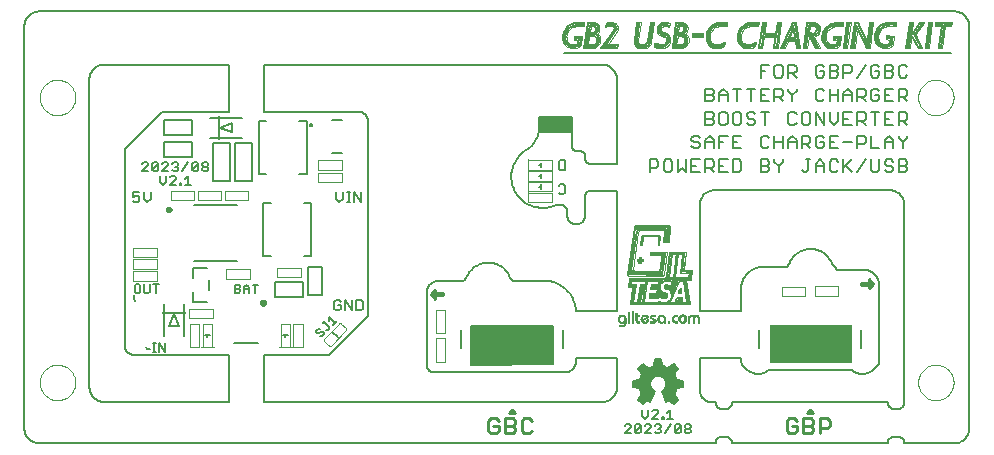
<source format=gto>
G75*
G70*
%OFA0B0*%
%FSLAX24Y24*%
%IPPOS*%
%LPD*%
%AMOC8*
5,1,8,0,0,1.08239X$1,22.5*
%
%ADD10C,0.0060*%
%ADD11C,0.0050*%
%ADD12R,0.2750X0.1300*%
%ADD13C,0.0000*%
%ADD14C,0.0100*%
%ADD15C,0.0150*%
%ADD16C,0.0080*%
%ADD17C,0.0040*%
%ADD18C,0.0020*%
%ADD19C,0.0160*%
%ADD20C,0.0010*%
%ADD21C,0.0030*%
%ADD22C,0.0070*%
%ADD23C,0.0039*%
%ADD24C,0.0079*%
%ADD25R,0.0079X0.0800*%
%ADD26R,0.0800X0.0079*%
%ADD27C,0.0120*%
D10*
X005361Y004440D02*
X005518Y004833D01*
X005676Y004440D01*
X005361Y004440D01*
X006158Y005245D02*
X006158Y005565D01*
X006158Y005245D02*
X006628Y005245D01*
X006678Y005645D02*
X006678Y005965D01*
X006158Y006045D02*
X006158Y006365D01*
X006628Y006365D01*
X006196Y006619D02*
X007615Y006619D01*
X008890Y005914D02*
X009834Y005914D01*
X009834Y005422D01*
X008890Y005422D01*
X008890Y005914D01*
X009972Y005483D02*
X010464Y005483D01*
X010464Y006428D01*
X009972Y006428D01*
X009972Y005483D01*
X010858Y005250D02*
X010858Y005023D01*
X010914Y004966D01*
X011028Y004966D01*
X011085Y005023D01*
X011085Y005137D01*
X010971Y005137D01*
X010858Y005250D02*
X010914Y005307D01*
X011028Y005307D01*
X011085Y005250D01*
X011226Y005307D02*
X011226Y004966D01*
X011453Y004966D02*
X011453Y005307D01*
X011594Y005307D02*
X011764Y005307D01*
X011821Y005250D01*
X011821Y005023D01*
X011764Y004966D01*
X011594Y004966D01*
X011594Y005307D01*
X011226Y005307D02*
X011453Y004966D01*
X007615Y008479D02*
X006196Y008479D01*
X006079Y009149D02*
X005879Y009149D01*
X005979Y009149D02*
X005979Y009449D01*
X005879Y009349D01*
X005763Y009199D02*
X005763Y009149D01*
X005713Y009149D01*
X005713Y009199D01*
X005763Y009199D01*
X005582Y009149D02*
X005382Y009149D01*
X005582Y009349D01*
X005582Y009399D01*
X005532Y009449D01*
X005432Y009449D01*
X005382Y009399D01*
X005250Y009449D02*
X005250Y009249D01*
X005150Y009149D01*
X005050Y009249D01*
X005050Y009449D01*
X005133Y009599D02*
X005333Y009799D01*
X005333Y009849D01*
X005283Y009899D01*
X005183Y009899D01*
X005133Y009849D01*
X005002Y009849D02*
X004801Y009649D01*
X004851Y009599D01*
X004952Y009599D01*
X005002Y009649D01*
X005002Y009849D01*
X004952Y009899D01*
X004851Y009899D01*
X004801Y009849D01*
X004801Y009649D01*
X004670Y009599D02*
X004470Y009599D01*
X004670Y009799D01*
X004670Y009849D01*
X004620Y009899D01*
X004520Y009899D01*
X004470Y009849D01*
X005133Y009599D02*
X005333Y009599D01*
X005464Y009649D02*
X005514Y009599D01*
X005615Y009599D01*
X005665Y009649D01*
X005665Y009699D01*
X005615Y009749D01*
X005564Y009749D01*
X005615Y009749D02*
X005665Y009799D01*
X005665Y009849D01*
X005615Y009899D01*
X005514Y009899D01*
X005464Y009849D01*
X005796Y009599D02*
X005996Y009899D01*
X006127Y009849D02*
X006177Y009899D01*
X006278Y009899D01*
X006328Y009849D01*
X006127Y009649D01*
X006177Y009599D01*
X006278Y009599D01*
X006328Y009649D01*
X006328Y009849D01*
X006459Y009849D02*
X006459Y009799D01*
X006509Y009749D01*
X006609Y009749D01*
X006659Y009699D01*
X006659Y009649D01*
X006609Y009599D01*
X006509Y009599D01*
X006459Y009649D01*
X006459Y009699D01*
X006509Y009749D01*
X006609Y009749D02*
X006659Y009799D01*
X006659Y009849D01*
X006609Y009899D01*
X006509Y009899D01*
X006459Y009849D01*
X006127Y009849D02*
X006127Y009649D01*
X006813Y009291D02*
X007386Y009291D01*
X007386Y010532D01*
X006813Y010532D01*
X006813Y009291D01*
X007563Y009291D02*
X008136Y009291D01*
X008136Y010532D01*
X007563Y010532D01*
X007563Y009291D01*
X006134Y010072D02*
X006134Y010564D01*
X005190Y010564D01*
X005190Y010072D01*
X006134Y010072D01*
X006134Y010808D02*
X005190Y010808D01*
X005190Y011300D01*
X006134Y011300D01*
X006134Y010808D01*
X007065Y011054D02*
X007459Y010897D01*
X007459Y011212D01*
X007065Y011054D01*
X004737Y008907D02*
X004737Y008680D01*
X004624Y008566D01*
X004510Y008680D01*
X004510Y008907D01*
X004369Y008907D02*
X004142Y008907D01*
X004142Y008737D01*
X004255Y008793D01*
X004312Y008793D01*
X004369Y008737D01*
X004369Y008623D01*
X004312Y008566D01*
X004199Y008566D01*
X004142Y008623D01*
X010919Y008680D02*
X011033Y008566D01*
X011146Y008680D01*
X011146Y008907D01*
X011287Y008907D02*
X011401Y008907D01*
X011344Y008907D02*
X011344Y008566D01*
X011287Y008566D02*
X011401Y008566D01*
X011533Y008566D02*
X011533Y008907D01*
X011760Y008566D01*
X011760Y008907D01*
X010919Y008907D02*
X010919Y008680D01*
X020810Y005211D02*
X022683Y005207D01*
X022658Y005207D01*
X022525Y006004D01*
X022561Y005987D02*
X022678Y005217D01*
X022415Y005251D02*
X022403Y005374D01*
X022295Y005368D01*
X022227Y005222D01*
X022290Y005241D02*
X022324Y005319D01*
X022381Y005323D01*
X022356Y005283D01*
X022415Y005251D02*
X022290Y005241D01*
X022043Y005294D02*
X022013Y005226D01*
X021952Y005220D02*
X022043Y005294D01*
X021912Y005447D02*
X021863Y005433D01*
X021766Y005436D01*
X021713Y005455D01*
X021662Y005452D01*
X021631Y005433D01*
X021554Y005434D01*
X021472Y005436D01*
X021431Y005436D01*
X021382Y005446D01*
X021614Y005463D01*
X021884Y005479D01*
X021716Y005566D01*
X021698Y005604D01*
X021678Y005522D01*
X021766Y005504D01*
X021648Y005500D01*
X021623Y005495D02*
X021658Y005666D01*
X021692Y005668D01*
X021733Y005600D01*
X021796Y005547D01*
X021878Y005518D01*
X021913Y005495D01*
X021912Y005447D01*
X022118Y005485D02*
X022118Y005606D01*
X022054Y005674D01*
X021981Y005712D01*
X021896Y005746D01*
X021914Y005783D01*
X021957Y005787D01*
X022054Y005774D01*
X022117Y005804D01*
X022128Y005883D01*
X022114Y005959D01*
X022280Y005961D01*
X022246Y005878D01*
X022167Y005919D01*
X022234Y005913D01*
X022234Y005832D01*
X022144Y005632D01*
X021981Y005758D01*
X022082Y005746D01*
X022137Y005687D01*
X022201Y005855D01*
X022169Y005883D01*
X022118Y005750D01*
X022118Y005485D02*
X022336Y005964D01*
X022177Y006048D02*
X022296Y006898D01*
X021777Y005968D02*
X021793Y005956D01*
X021777Y005968D02*
X021734Y005906D01*
X021718Y005973D02*
X021691Y005832D01*
X021673Y005784D02*
X021668Y005728D01*
X021443Y005748D01*
X021438Y005719D01*
X021658Y005704D01*
X021673Y005784D02*
X021440Y005789D01*
X021241Y005806D02*
X021270Y005981D01*
X021396Y005495D02*
X021623Y005495D01*
X021701Y005240D02*
X021711Y005240D01*
X021679Y005232D02*
X021654Y005211D01*
X022357Y005580D02*
X022400Y005573D01*
X022394Y005626D01*
X022386Y005678D02*
X022357Y005580D01*
X021752Y003349D02*
X021802Y003109D01*
X021772Y003099D02*
X021972Y002999D01*
X022172Y003149D01*
X022272Y003049D01*
X022172Y002849D01*
X022272Y002599D01*
X022472Y002599D01*
X022472Y002449D01*
X022222Y002399D01*
X022172Y002149D01*
X022272Y001999D01*
X022172Y001899D01*
X022022Y001999D01*
X021922Y001949D01*
X021822Y002249D01*
X021972Y002449D01*
X021922Y002699D01*
X021722Y002799D01*
X021522Y002799D01*
X021372Y002649D01*
X021372Y002349D01*
X021522Y002249D01*
X021372Y001999D01*
X021322Y001999D01*
X021172Y001899D01*
X021072Y001999D01*
X021172Y002149D01*
X021072Y002399D01*
X020872Y002449D01*
X020872Y002599D01*
X021072Y002599D01*
X021172Y002849D01*
X021022Y003049D01*
X021272Y003049D01*
X021332Y003039D02*
X021142Y003169D01*
X021002Y003029D01*
X021132Y002839D01*
X021158Y002815D02*
X022185Y002815D01*
X022182Y002839D02*
X022322Y003029D01*
X022182Y003169D01*
X021982Y003039D01*
X022039Y003049D02*
X022272Y003049D01*
X022243Y002991D02*
X021065Y002991D01*
X021022Y003049D02*
X021172Y003149D01*
X021322Y002999D01*
X021522Y003099D01*
X021572Y003299D01*
X021722Y003299D01*
X021772Y003099D01*
X021770Y003108D02*
X021524Y003108D01*
X021512Y003109D02*
X021562Y003349D01*
X021752Y003349D01*
X021726Y003283D02*
X021568Y003283D01*
X021553Y003225D02*
X021740Y003225D01*
X021755Y003166D02*
X021538Y003166D01*
X021422Y003049D02*
X021871Y003049D01*
X022117Y003108D02*
X022213Y003108D01*
X022213Y002932D02*
X021109Y002932D01*
X021153Y002874D02*
X022184Y002874D01*
X022209Y002757D02*
X021806Y002757D01*
X021922Y002698D02*
X022232Y002698D01*
X022255Y002640D02*
X021934Y002640D01*
X021945Y002581D02*
X022472Y002581D01*
X022492Y002609D02*
X022492Y002409D01*
X022272Y002369D01*
X022255Y002406D02*
X021939Y002406D01*
X021969Y002464D02*
X022472Y002464D01*
X022472Y002523D02*
X021957Y002523D01*
X021895Y002347D02*
X022211Y002347D01*
X022200Y002289D02*
X021851Y002289D01*
X021828Y002230D02*
X022188Y002230D01*
X022176Y002172D02*
X021847Y002172D01*
X021867Y002113D02*
X022196Y002113D01*
X022192Y002169D02*
X022322Y001989D01*
X022182Y001849D01*
X022002Y001969D01*
X021922Y001929D01*
X021782Y002269D01*
X021886Y002055D02*
X022235Y002055D01*
X022269Y001996D02*
X022026Y001996D01*
X022016Y001996D02*
X021906Y001996D01*
X022114Y001938D02*
X022210Y001938D01*
X022059Y001651D02*
X022059Y001351D01*
X021959Y001351D02*
X022159Y001351D01*
X022076Y001177D02*
X021876Y000877D01*
X021745Y000927D02*
X021745Y000977D01*
X021695Y001027D01*
X021645Y001027D01*
X021695Y001027D02*
X021745Y001077D01*
X021745Y001127D01*
X021695Y001177D01*
X021594Y001177D01*
X021544Y001127D01*
X021413Y001127D02*
X021413Y001077D01*
X021213Y000877D01*
X021413Y000877D01*
X021544Y000927D02*
X021594Y000877D01*
X021695Y000877D01*
X021745Y000927D01*
X021413Y001127D02*
X021363Y001177D01*
X021263Y001177D01*
X021213Y001127D01*
X021082Y001127D02*
X020881Y000927D01*
X020932Y000877D01*
X021032Y000877D01*
X021082Y000927D01*
X021082Y001127D01*
X021032Y001177D01*
X020932Y001177D01*
X020881Y001127D01*
X020881Y000927D01*
X020750Y000877D02*
X020550Y000877D01*
X020750Y001077D01*
X020750Y001127D01*
X020700Y001177D01*
X020600Y001177D01*
X020550Y001127D01*
X021130Y001451D02*
X021230Y001351D01*
X021330Y001451D01*
X021330Y001651D01*
X021462Y001601D02*
X021512Y001651D01*
X021612Y001651D01*
X021662Y001601D01*
X021662Y001551D01*
X021462Y001351D01*
X021662Y001351D01*
X021793Y001351D02*
X021843Y001351D01*
X021843Y001401D01*
X021793Y001401D01*
X021793Y001351D01*
X021959Y001551D02*
X022059Y001651D01*
X021392Y001929D02*
X021322Y001969D01*
X021142Y001849D01*
X021002Y001989D01*
X021122Y002169D01*
X021163Y002172D02*
X021475Y002172D01*
X021510Y002230D02*
X021139Y002230D01*
X021116Y002289D02*
X021462Y002289D01*
X021542Y002269D02*
X021392Y001929D01*
X021317Y001996D02*
X021075Y001996D01*
X021109Y002055D02*
X021405Y002055D01*
X021440Y002113D02*
X021148Y002113D01*
X021133Y001938D02*
X021230Y001938D01*
X021130Y001651D02*
X021130Y001451D01*
X022207Y001127D02*
X022207Y000927D01*
X022408Y001127D01*
X022408Y000927D01*
X022358Y000877D01*
X022257Y000877D01*
X022207Y000927D01*
X022539Y000927D02*
X022539Y000977D01*
X022589Y001027D01*
X022689Y001027D01*
X022739Y000977D01*
X022739Y000927D01*
X022689Y000877D01*
X022589Y000877D01*
X022539Y000927D01*
X022589Y001027D02*
X022539Y001077D01*
X022539Y001127D01*
X022589Y001177D01*
X022689Y001177D01*
X022739Y001127D01*
X022739Y001077D01*
X022689Y001027D01*
X022408Y001127D02*
X022358Y001177D01*
X022257Y001177D01*
X022207Y001127D01*
X021375Y002347D02*
X021092Y002347D01*
X021042Y002369D02*
X020822Y002409D01*
X020822Y002609D01*
X021052Y002649D01*
X021088Y002640D02*
X021372Y002640D01*
X021372Y002581D02*
X020872Y002581D01*
X020872Y002523D02*
X021372Y002523D01*
X021372Y002464D02*
X020872Y002464D01*
X021045Y002406D02*
X021372Y002406D01*
X021044Y002353D02*
X021059Y002306D01*
X021077Y002260D01*
X021099Y002216D01*
X021124Y002174D01*
X021334Y003035D02*
X021376Y003058D01*
X021419Y003077D01*
X021464Y003094D01*
X021510Y003106D01*
X021213Y003108D02*
X021110Y003108D01*
X021135Y002757D02*
X021479Y002757D01*
X021421Y002698D02*
X021111Y002698D01*
X021542Y002269D02*
X021514Y002285D01*
X021487Y002304D01*
X021464Y002326D01*
X021443Y002351D01*
X021425Y002379D01*
X021410Y002408D01*
X021400Y002439D01*
X021392Y002470D01*
X021389Y002503D01*
X021390Y002535D01*
X021394Y002568D01*
X021403Y002599D01*
X021415Y002629D01*
X021430Y002658D01*
X021449Y002685D01*
X021471Y002709D01*
X021495Y002730D01*
X021522Y002749D01*
X021551Y002764D01*
X021582Y002775D01*
X021613Y002783D01*
X021646Y002787D01*
X021678Y002787D01*
X021711Y002783D01*
X021742Y002775D01*
X021773Y002764D01*
X021802Y002749D01*
X021829Y002730D01*
X021853Y002709D01*
X021875Y002685D01*
X021894Y002658D01*
X021909Y002629D01*
X021921Y002599D01*
X021930Y002568D01*
X021934Y002535D01*
X021935Y002503D01*
X021932Y002470D01*
X021924Y002439D01*
X021914Y002408D01*
X021899Y002379D01*
X021881Y002351D01*
X021860Y002326D01*
X021837Y002304D01*
X021810Y002285D01*
X021782Y002269D01*
X022274Y002650D02*
X022262Y002690D01*
X022247Y002729D01*
X022229Y002767D01*
X022209Y002803D01*
X022187Y002838D01*
X022272Y002649D02*
X022492Y002609D01*
X021981Y003039D02*
X021938Y003062D01*
X021894Y003082D01*
X021848Y003098D01*
X021802Y003110D01*
X022271Y002370D02*
X022261Y002328D01*
X022248Y002287D01*
X022232Y002247D01*
X022213Y002208D01*
X022191Y002171D01*
X021050Y002651D02*
X021061Y002691D01*
X021075Y002730D01*
X021091Y002767D01*
X021110Y002804D01*
X021131Y002839D01*
D11*
X023572Y000534D02*
X001034Y000534D01*
X000990Y000536D01*
X000947Y000542D01*
X000905Y000551D01*
X000863Y000564D01*
X000823Y000581D01*
X000784Y000601D01*
X000747Y000624D01*
X000713Y000651D01*
X000680Y000680D01*
X000651Y000713D01*
X000624Y000747D01*
X000601Y000784D01*
X000581Y000823D01*
X000564Y000863D01*
X000551Y000905D01*
X000542Y000947D01*
X000536Y000990D01*
X000534Y001034D01*
X000534Y014435D01*
X000536Y014478D01*
X000542Y014522D01*
X000551Y014564D01*
X000564Y014606D01*
X000581Y014646D01*
X000601Y014684D01*
X000625Y014721D01*
X000651Y014756D01*
X000681Y014788D01*
X000713Y014817D01*
X000748Y014843D01*
X000784Y014867D01*
X000823Y014887D01*
X000863Y014903D01*
X000905Y014916D01*
X000947Y014926D01*
X000990Y014931D01*
X001034Y014933D01*
X031519Y014933D01*
X031518Y014933D02*
X031563Y014932D01*
X031606Y014926D01*
X031649Y014917D01*
X031692Y014905D01*
X031733Y014888D01*
X031772Y014869D01*
X031809Y014845D01*
X031845Y014819D01*
X031877Y014790D01*
X031908Y014758D01*
X031935Y014723D01*
X031959Y014686D01*
X031980Y014647D01*
X031997Y014607D01*
X032011Y014565D01*
X032021Y014522D01*
X032027Y014478D01*
X032030Y014435D01*
X032030Y001034D01*
X032030Y001033D02*
X032028Y000989D01*
X032021Y000946D01*
X032011Y000903D01*
X031998Y000861D01*
X031980Y000820D01*
X031959Y000781D01*
X031935Y000744D01*
X031908Y000710D01*
X031878Y000677D01*
X031845Y000648D01*
X031810Y000621D01*
X031772Y000598D01*
X031733Y000578D01*
X031692Y000562D01*
X031650Y000549D01*
X031606Y000540D01*
X031563Y000534D01*
X031518Y000533D01*
X031519Y000534D02*
X029864Y000534D01*
X029865Y000534D02*
X029864Y000562D01*
X029860Y000590D01*
X029853Y000617D01*
X029841Y000643D01*
X029827Y000668D01*
X029809Y000690D01*
X029789Y000710D01*
X029766Y000727D01*
X029741Y000741D01*
X029715Y000751D01*
X029688Y000758D01*
X029659Y000762D01*
X029509Y000762D01*
X029481Y000758D01*
X029454Y000751D01*
X029428Y000740D01*
X029404Y000726D01*
X029382Y000709D01*
X029362Y000689D01*
X029345Y000667D01*
X029331Y000643D01*
X029320Y000617D01*
X029313Y000590D01*
X029309Y000562D01*
X029309Y000534D01*
X024122Y000534D01*
X024122Y000562D01*
X024118Y000590D01*
X024111Y000617D01*
X024100Y000643D01*
X024086Y000667D01*
X024069Y000689D01*
X024049Y000709D01*
X024027Y000726D01*
X024003Y000740D01*
X023977Y000751D01*
X023950Y000758D01*
X023922Y000762D01*
X023772Y000762D01*
X023744Y000758D01*
X023717Y000751D01*
X023691Y000740D01*
X023667Y000726D01*
X023645Y000709D01*
X023625Y000689D01*
X023608Y000667D01*
X023594Y000643D01*
X023583Y000617D01*
X023576Y000590D01*
X023572Y000562D01*
X023572Y000534D01*
X023772Y001684D02*
X023922Y001684D01*
X023950Y001688D01*
X023977Y001695D01*
X024003Y001706D01*
X024027Y001720D01*
X024049Y001737D01*
X024069Y001757D01*
X024086Y001779D01*
X024100Y001803D01*
X024111Y001829D01*
X024118Y001856D01*
X024122Y001884D01*
X024122Y001912D01*
X029309Y001912D01*
X029309Y001884D01*
X029313Y001856D01*
X029320Y001829D01*
X029331Y001803D01*
X029345Y001779D01*
X029362Y001757D01*
X029382Y001737D01*
X029404Y001720D01*
X029428Y001706D01*
X029454Y001695D01*
X029481Y001688D01*
X029509Y001684D01*
X029659Y001684D01*
X029659Y001683D02*
X029688Y001687D01*
X029715Y001694D01*
X029741Y001704D01*
X029766Y001718D01*
X029789Y001735D01*
X029809Y001755D01*
X029827Y001777D01*
X029841Y001802D01*
X029853Y001828D01*
X029860Y001855D01*
X029864Y001883D01*
X029865Y001911D01*
X029864Y001912D02*
X029864Y008502D01*
X029865Y008502D02*
X029860Y008544D01*
X029852Y008586D01*
X029840Y008627D01*
X029825Y008667D01*
X029807Y008705D01*
X029785Y008742D01*
X029761Y008777D01*
X029734Y008809D01*
X029704Y008840D01*
X029672Y008867D01*
X029638Y008892D01*
X029601Y008915D01*
X029563Y008934D01*
X029524Y008949D01*
X029483Y008962D01*
X029442Y008971D01*
X029400Y008977D01*
X029357Y008979D01*
X029315Y008978D01*
X029314Y008977D02*
X023522Y008977D01*
X023522Y008978D02*
X023477Y008972D01*
X023433Y008963D01*
X023390Y008951D01*
X023349Y008934D01*
X023309Y008914D01*
X023270Y008890D01*
X023234Y008864D01*
X023201Y008834D01*
X023170Y008801D01*
X023142Y008766D01*
X023118Y008729D01*
X023096Y008689D01*
X023079Y008648D01*
X023065Y008605D01*
X023054Y008562D01*
X023048Y008517D01*
X023045Y008473D01*
X023046Y008428D01*
X023047Y008427D02*
X023047Y004942D01*
X024425Y004942D01*
X024425Y005745D01*
X024431Y005797D01*
X024441Y005849D01*
X024454Y005900D01*
X024471Y005950D01*
X024492Y005998D01*
X024516Y006045D01*
X024544Y006090D01*
X024575Y006132D01*
X024609Y006173D01*
X024646Y006210D01*
X024685Y006245D01*
X024727Y006277D01*
X024771Y006306D01*
X024817Y006331D01*
X024865Y006353D01*
X024915Y006372D01*
X024965Y006386D01*
X025017Y006397D01*
X025069Y006404D01*
X025069Y006405D02*
X025919Y006405D01*
X025942Y006420D01*
X025965Y006438D01*
X025985Y006458D01*
X026003Y006481D01*
X026018Y006505D01*
X026019Y006505D02*
X026039Y006555D01*
X026062Y006603D01*
X026089Y006650D01*
X026119Y006695D01*
X026153Y006737D01*
X026189Y006777D01*
X026227Y006815D01*
X026269Y006849D01*
X026312Y006881D01*
X026358Y006910D01*
X026406Y006935D01*
X026455Y006957D01*
X026505Y006975D01*
X026557Y006990D01*
X026610Y007001D01*
X026663Y007009D01*
X026717Y007013D01*
X026771Y007013D01*
X026825Y007009D01*
X026878Y007001D01*
X026931Y006990D01*
X026983Y006975D01*
X027033Y006957D01*
X027082Y006935D01*
X027130Y006910D01*
X027176Y006881D01*
X027219Y006849D01*
X027261Y006815D01*
X027299Y006777D01*
X027335Y006737D01*
X027369Y006695D01*
X027399Y006650D01*
X027426Y006603D01*
X027449Y006555D01*
X027469Y006505D01*
X027491Y006470D01*
X027515Y006438D01*
X027542Y006407D01*
X027571Y006378D01*
X027602Y006351D01*
X027634Y006327D01*
X027669Y006305D01*
X028601Y006305D01*
X028601Y006304D02*
X028643Y006297D01*
X028684Y006286D01*
X028724Y006272D01*
X028762Y006254D01*
X028799Y006233D01*
X028834Y006208D01*
X028866Y006181D01*
X028896Y006151D01*
X028924Y006119D01*
X028948Y006084D01*
X028969Y006048D01*
X028988Y006009D01*
X029002Y005969D01*
X029013Y005928D01*
X029021Y005887D01*
X029024Y005845D01*
X029025Y005845D02*
X029025Y003231D01*
X029024Y003231D02*
X029004Y003187D01*
X028980Y003145D01*
X028953Y003105D01*
X028923Y003067D01*
X028890Y003032D01*
X028854Y002999D01*
X028816Y002969D01*
X028776Y002942D01*
X028733Y002919D01*
X028689Y002899D01*
X028644Y002882D01*
X028597Y002869D01*
X028550Y002860D01*
X028502Y002855D01*
X028453Y002853D01*
X028405Y002855D01*
X028357Y002861D01*
X028310Y002871D01*
X028263Y002884D01*
X028218Y002901D01*
X028121Y002995D02*
X025331Y002995D01*
X025330Y002995D02*
X025316Y002971D01*
X025299Y002949D01*
X025278Y002930D01*
X025255Y002914D01*
X025231Y002901D01*
X024425Y003231D02*
X024425Y003367D01*
X023047Y003367D01*
X023047Y002275D01*
X023046Y002275D02*
X023051Y002237D01*
X023060Y002199D01*
X023072Y002162D01*
X023088Y002127D01*
X023107Y002093D01*
X023130Y002061D01*
X023155Y002032D01*
X023184Y002005D01*
X023214Y001981D01*
X023247Y001961D01*
X023282Y001943D01*
X023318Y001929D01*
X023356Y001919D01*
X023394Y001913D01*
X023433Y001910D01*
X023472Y001911D01*
X023472Y001912D02*
X023572Y001912D01*
X023572Y001884D01*
X023576Y001856D01*
X023583Y001829D01*
X023594Y001803D01*
X023608Y001779D01*
X023625Y001757D01*
X023645Y001737D01*
X023667Y001720D01*
X023691Y001706D01*
X023717Y001695D01*
X023744Y001688D01*
X023772Y001684D01*
X020291Y002462D02*
X020291Y003367D01*
X018913Y003367D01*
X018913Y003247D01*
X018911Y003211D01*
X018905Y003174D01*
X018895Y003139D01*
X018882Y003105D01*
X018865Y003072D01*
X018844Y003041D01*
X018821Y003013D01*
X018795Y002987D01*
X018766Y002964D01*
X018735Y002945D01*
X018702Y002928D01*
X018668Y002915D01*
X018632Y002906D01*
X018596Y002901D01*
X018559Y002899D01*
X014199Y002899D01*
X014169Y002901D01*
X014139Y002906D01*
X014110Y002915D01*
X014083Y002928D01*
X014057Y002943D01*
X014033Y002962D01*
X014012Y002983D01*
X013993Y003007D01*
X013978Y003033D01*
X013965Y003060D01*
X013956Y003089D01*
X013951Y003119D01*
X013949Y003149D01*
X013949Y005555D01*
X013949Y005554D02*
X013950Y005592D01*
X013954Y005629D01*
X013962Y005666D01*
X013973Y005702D01*
X013988Y005737D01*
X014006Y005770D01*
X014027Y005802D01*
X014051Y005830D01*
X014078Y005857D01*
X014108Y005881D01*
X014139Y005901D01*
X014173Y005919D01*
X014208Y005933D01*
X014244Y005943D01*
X014281Y005950D01*
X014319Y005954D01*
X014319Y005955D02*
X015169Y005955D01*
X015168Y005955D02*
X015192Y005970D01*
X015215Y005988D01*
X015235Y006008D01*
X015253Y006031D01*
X015268Y006055D01*
X015269Y006055D02*
X015289Y006105D01*
X015312Y006153D01*
X015339Y006200D01*
X015369Y006245D01*
X015403Y006287D01*
X015439Y006327D01*
X015477Y006365D01*
X015519Y006399D01*
X015562Y006431D01*
X015608Y006460D01*
X015656Y006485D01*
X015705Y006507D01*
X015755Y006525D01*
X015807Y006540D01*
X015860Y006551D01*
X015913Y006559D01*
X015967Y006563D01*
X016021Y006563D01*
X016075Y006559D01*
X016128Y006551D01*
X016181Y006540D01*
X016233Y006525D01*
X016283Y006507D01*
X016332Y006485D01*
X016380Y006460D01*
X016426Y006431D01*
X016469Y006399D01*
X016511Y006365D01*
X016549Y006327D01*
X016585Y006287D01*
X016619Y006245D01*
X016649Y006200D01*
X016676Y006153D01*
X016699Y006105D01*
X016719Y006055D01*
X016819Y005955D02*
X017751Y005955D01*
X016819Y005955D02*
X016795Y005970D01*
X016772Y005988D01*
X016752Y006008D01*
X016734Y006031D01*
X016719Y006055D01*
X018913Y004998D02*
X018913Y004942D01*
X020291Y004942D01*
X020291Y008957D01*
X019404Y008957D01*
X019404Y008956D02*
X019381Y008957D01*
X019358Y008954D01*
X019335Y008948D01*
X019314Y008938D01*
X019294Y008926D01*
X019276Y008911D01*
X019261Y008894D01*
X019248Y008874D01*
X019238Y008853D01*
X019231Y008831D01*
X019228Y008808D01*
X019228Y008137D01*
X019226Y008103D01*
X019220Y008070D01*
X019211Y008037D01*
X019198Y008006D01*
X019182Y007976D01*
X019162Y007948D01*
X019139Y007923D01*
X019114Y007900D01*
X019086Y007880D01*
X019056Y007864D01*
X019025Y007851D01*
X018992Y007842D01*
X018959Y007836D01*
X018925Y007834D01*
X018891Y007836D01*
X018858Y007842D01*
X018825Y007851D01*
X018794Y007864D01*
X018764Y007880D01*
X018736Y007900D01*
X018711Y007923D01*
X018688Y007948D01*
X018668Y007976D01*
X018652Y008006D01*
X018639Y008037D01*
X018630Y008070D01*
X018624Y008103D01*
X018622Y008137D01*
X018623Y008137D02*
X018623Y008336D01*
X018473Y008486D01*
X018253Y008486D01*
X017757Y009010D02*
X017757Y009089D01*
X017678Y009089D01*
X017757Y009089D02*
X017757Y009167D01*
X017757Y009370D02*
X017757Y009449D01*
X017678Y009449D01*
X017757Y009449D02*
X017757Y009527D01*
X017200Y010269D02*
X017150Y010231D01*
X017102Y010190D01*
X017057Y010146D01*
X017015Y010100D01*
X016975Y010051D01*
X016939Y009999D01*
X016906Y009946D01*
X016876Y009891D01*
X016849Y009834D01*
X016826Y009775D01*
X016807Y009715D01*
X016791Y009654D01*
X016779Y009593D01*
X016770Y009530D01*
X016766Y009467D01*
X016765Y009405D01*
X016768Y009342D01*
X016775Y009279D01*
X016786Y009217D01*
X016800Y009156D01*
X016818Y009096D01*
X016840Y009037D01*
X016865Y008979D01*
X016894Y008923D01*
X016926Y008869D01*
X016961Y008817D01*
X016999Y008767D01*
X017040Y008719D01*
X017085Y008674D01*
X017131Y008632D01*
X017180Y008593D01*
X017232Y008557D01*
X017285Y008524D01*
X017341Y008494D01*
X017398Y008468D01*
X017456Y008445D01*
X017516Y008426D01*
X017577Y008410D01*
X017639Y008398D01*
X017701Y008390D01*
X017764Y008386D01*
X017827Y008385D01*
X017890Y008389D01*
X017952Y008396D01*
X018014Y008407D01*
X018076Y008421D01*
X018136Y008439D01*
X018195Y008461D01*
X018252Y008487D01*
X017757Y009730D02*
X017757Y009809D01*
X017678Y009809D01*
X017757Y009809D02*
X017757Y009887D01*
X018788Y010447D02*
X018788Y011397D01*
X017688Y011397D01*
X017688Y010897D01*
X018788Y010897D01*
X018788Y010947D02*
X017688Y010947D01*
X017688Y010997D02*
X018788Y010997D01*
X018788Y011047D02*
X017688Y011047D01*
X017688Y011097D02*
X018788Y011097D01*
X018788Y011147D02*
X017688Y011147D01*
X017688Y011197D02*
X018788Y011197D01*
X018788Y011247D02*
X017688Y011247D01*
X017688Y011297D02*
X018788Y011297D01*
X018788Y011347D02*
X017688Y011347D01*
X017688Y011397D02*
X018788Y011397D01*
X018789Y010447D02*
X018788Y010423D01*
X018791Y010400D01*
X018798Y010378D01*
X018807Y010356D01*
X018819Y010336D01*
X018835Y010319D01*
X018852Y010303D01*
X018872Y010290D01*
X018893Y010280D01*
X018915Y010273D01*
X018938Y010270D01*
X018938Y010269D02*
X019078Y010269D01*
X019101Y010265D01*
X019123Y010259D01*
X019144Y010250D01*
X019163Y010237D01*
X019181Y010222D01*
X019196Y010205D01*
X019208Y010186D01*
X019218Y010165D01*
X019224Y010143D01*
X019228Y010120D01*
X019228Y010097D01*
X019228Y010034D01*
X019227Y010011D01*
X019230Y009988D01*
X019236Y009966D01*
X019245Y009945D01*
X019257Y009925D01*
X019271Y009907D01*
X019288Y009891D01*
X019307Y009878D01*
X019328Y009868D01*
X019350Y009861D01*
X019373Y009857D01*
X020291Y009857D01*
X020291Y012686D01*
X020291Y012685D02*
X020286Y012727D01*
X020278Y012769D01*
X020266Y012810D01*
X020251Y012850D01*
X020233Y012888D01*
X020211Y012925D01*
X020187Y012960D01*
X020160Y012992D01*
X020130Y013023D01*
X020098Y013050D01*
X020064Y013075D01*
X020027Y013098D01*
X019989Y013117D01*
X019950Y013132D01*
X019909Y013145D01*
X019868Y013154D01*
X019826Y013160D01*
X019783Y013162D01*
X019741Y013161D01*
X008521Y013161D01*
X008521Y011586D01*
X011680Y011586D01*
X011714Y011584D01*
X011747Y011578D01*
X011779Y011569D01*
X011810Y011556D01*
X011840Y011540D01*
X011867Y011521D01*
X011892Y011498D01*
X011915Y011473D01*
X011934Y011446D01*
X011950Y011416D01*
X011963Y011385D01*
X011972Y011353D01*
X011978Y011320D01*
X011980Y011286D01*
X011980Y004786D01*
X010680Y003486D01*
X008521Y003486D01*
X008521Y001912D01*
X019815Y001912D01*
X019815Y001911D02*
X019857Y001916D01*
X019899Y001924D01*
X019940Y001936D01*
X019980Y001951D01*
X020018Y001969D01*
X020055Y001991D01*
X020090Y002015D01*
X020122Y002042D01*
X020153Y002072D01*
X020180Y002104D01*
X020205Y002138D01*
X020228Y002175D01*
X020247Y002213D01*
X020262Y002252D01*
X020275Y002293D01*
X020284Y002334D01*
X020290Y002376D01*
X020292Y002419D01*
X020291Y002461D01*
X018163Y003186D02*
X018163Y004436D01*
X015413Y004436D01*
X015413Y003136D01*
X018163Y003186D01*
X018163Y003201D02*
X015413Y003201D01*
X015413Y003153D02*
X016331Y003153D01*
X015413Y003250D02*
X018163Y003250D01*
X018163Y003298D02*
X015413Y003298D01*
X015413Y003347D02*
X018163Y003347D01*
X018163Y003395D02*
X015413Y003395D01*
X015413Y003444D02*
X018163Y003444D01*
X018163Y003492D02*
X015413Y003492D01*
X015413Y003541D02*
X018163Y003541D01*
X018163Y003589D02*
X015413Y003589D01*
X015413Y003638D02*
X018163Y003638D01*
X018163Y003686D02*
X015413Y003686D01*
X015413Y003735D02*
X018163Y003735D01*
X018163Y003783D02*
X015413Y003783D01*
X015413Y003832D02*
X018163Y003832D01*
X018163Y003880D02*
X015413Y003880D01*
X015413Y003929D02*
X018163Y003929D01*
X018163Y003977D02*
X015413Y003977D01*
X015413Y004026D02*
X018163Y004026D01*
X018163Y004074D02*
X015413Y004074D01*
X015413Y004123D02*
X018163Y004123D01*
X018163Y004171D02*
X015413Y004171D01*
X015413Y004220D02*
X018163Y004220D01*
X018163Y004268D02*
X015413Y004268D01*
X015413Y004317D02*
X018163Y004317D01*
X018163Y004365D02*
X015413Y004365D01*
X015413Y004414D02*
X018163Y004414D01*
X018913Y004998D02*
X018905Y005061D01*
X018893Y005124D01*
X018877Y005187D01*
X018858Y005248D01*
X018835Y005308D01*
X018808Y005366D01*
X018778Y005423D01*
X018744Y005478D01*
X018707Y005531D01*
X018667Y005581D01*
X018624Y005629D01*
X018579Y005674D01*
X018530Y005716D01*
X018480Y005756D01*
X018426Y005792D01*
X018371Y005825D01*
X018314Y005854D01*
X018255Y005880D01*
X018195Y005903D01*
X018134Y005922D01*
X018071Y005937D01*
X018008Y005948D01*
X017944Y005955D01*
X017880Y005959D01*
X017816Y005958D01*
X017751Y005954D01*
X020460Y004452D02*
X020490Y004472D01*
X021550Y004632D02*
X021550Y004652D01*
X022363Y004657D02*
X022383Y004620D01*
X022405Y004592D01*
X022438Y004577D01*
X022473Y004570D02*
X022538Y004597D01*
X022570Y004660D01*
X022565Y004732D01*
X022523Y004782D01*
X022500Y004797D01*
X022438Y004797D01*
X022385Y004762D01*
X022363Y004717D01*
X022363Y004657D01*
X024425Y003231D02*
X024445Y003187D01*
X024469Y003145D01*
X024496Y003105D01*
X024526Y003067D01*
X024559Y003032D01*
X024595Y002999D01*
X024633Y002969D01*
X024673Y002942D01*
X024716Y002919D01*
X024760Y002899D01*
X024805Y002882D01*
X024852Y002869D01*
X024899Y002860D01*
X024947Y002855D01*
X024996Y002853D01*
X025044Y002855D01*
X025092Y002861D01*
X025139Y002871D01*
X025186Y002884D01*
X025231Y002901D01*
X028121Y002995D02*
X028135Y002971D01*
X028152Y002949D01*
X028171Y002930D01*
X028194Y002914D01*
X028218Y002901D01*
X010953Y004615D02*
X010826Y004488D01*
X010890Y004552D02*
X010699Y004743D01*
X010699Y004615D01*
X010554Y004598D02*
X010490Y004534D01*
X010522Y004566D02*
X010681Y004407D01*
X010681Y004343D01*
X010650Y004311D01*
X010586Y004311D01*
X010505Y004230D02*
X010505Y004167D01*
X010441Y004103D01*
X010377Y004103D01*
X010346Y004199D02*
X010409Y004262D01*
X010473Y004262D01*
X010505Y004230D01*
X010346Y004199D02*
X010282Y004199D01*
X010250Y004230D01*
X010250Y004294D01*
X010314Y004358D01*
X010377Y004358D01*
X009309Y004163D02*
X009230Y004163D01*
X009230Y004084D01*
X009230Y004163D02*
X009151Y004163D01*
X007340Y003486D02*
X004184Y003486D01*
X004150Y003488D01*
X004117Y003493D01*
X004084Y003502D01*
X004053Y003515D01*
X004023Y003531D01*
X003995Y003551D01*
X003970Y003573D01*
X003947Y003598D01*
X003927Y003626D01*
X003911Y003655D01*
X003898Y003687D01*
X003888Y003719D01*
X003882Y003752D01*
X003880Y003786D01*
X003880Y010336D01*
X005130Y011586D01*
X007340Y011586D01*
X007340Y013161D01*
X003175Y013161D01*
X003130Y013155D01*
X003086Y013146D01*
X003043Y013134D01*
X003002Y013117D01*
X002962Y013097D01*
X002923Y013073D01*
X002887Y013047D01*
X002854Y013017D01*
X002823Y012984D01*
X002795Y012949D01*
X002771Y012912D01*
X002749Y012872D01*
X002732Y012831D01*
X002718Y012788D01*
X002707Y012745D01*
X002701Y012700D01*
X002698Y012656D01*
X002699Y012611D01*
X002699Y002387D01*
X002704Y002345D01*
X002712Y002303D01*
X002724Y002262D01*
X002739Y002222D01*
X002757Y002184D01*
X002779Y002147D01*
X002803Y002112D01*
X002830Y002080D01*
X002860Y002049D01*
X002892Y002022D01*
X002926Y001997D01*
X002963Y001974D01*
X003001Y001955D01*
X003040Y001940D01*
X003081Y001927D01*
X003122Y001918D01*
X003164Y001912D01*
X003207Y001910D01*
X003249Y001911D01*
X003249Y001912D02*
X007340Y001912D01*
X007340Y003486D01*
X006709Y004163D02*
X006630Y004163D01*
X006630Y004084D01*
X006630Y004163D02*
X006551Y004163D01*
X005843Y004105D02*
X005843Y005168D01*
X005194Y005168D02*
X005194Y004105D01*
X005211Y003882D02*
X005211Y003591D01*
X005017Y003882D01*
X005017Y003591D01*
X004905Y003591D02*
X004809Y003591D01*
X004857Y003591D02*
X004857Y003882D01*
X004809Y003882D02*
X004905Y003882D01*
X004932Y005541D02*
X004932Y005832D01*
X005028Y005832D02*
X004835Y005832D01*
X004715Y005832D02*
X004715Y005590D01*
X004667Y005541D01*
X004570Y005541D01*
X004522Y005590D01*
X004522Y005832D01*
X004402Y005783D02*
X004354Y005832D01*
X004257Y005832D01*
X004209Y005783D01*
X004209Y005590D01*
X004257Y005541D01*
X004354Y005541D01*
X004402Y005590D01*
X004402Y005783D01*
X007551Y005829D02*
X007551Y005559D01*
X007686Y005559D01*
X007731Y005604D01*
X007731Y005649D01*
X007686Y005694D01*
X007551Y005694D01*
X007686Y005694D02*
X007731Y005739D01*
X007731Y005784D01*
X007686Y005829D01*
X007551Y005829D01*
X007845Y005739D02*
X007935Y005829D01*
X008025Y005739D01*
X008025Y005559D01*
X008025Y005694D02*
X007845Y005694D01*
X007845Y005739D02*
X007845Y005559D01*
X008230Y005559D02*
X008230Y005829D01*
X008140Y005829D02*
X008320Y005829D01*
X008502Y006786D02*
X008749Y006786D01*
X008502Y006786D02*
X008502Y008538D01*
X008749Y008538D01*
X009849Y008538D02*
X010096Y008538D01*
X010096Y006786D01*
X009849Y006786D01*
X009946Y009529D02*
X009699Y009529D01*
X009946Y009529D02*
X009946Y011281D01*
X009699Y011281D01*
X008599Y011281D02*
X008352Y011281D01*
X008352Y009529D01*
X008599Y009529D01*
X007794Y010729D02*
X006731Y010729D01*
X006731Y011379D02*
X007794Y011379D01*
X017200Y010268D02*
X017254Y010301D01*
X017305Y010337D01*
X017355Y010376D01*
X017401Y010417D01*
X017446Y010462D01*
X017487Y010509D01*
X017525Y010559D01*
X017561Y010611D01*
X017593Y010664D01*
X017622Y010720D01*
X017648Y010777D01*
X017670Y010836D01*
X017688Y010896D01*
X019755Y013735D02*
X019820Y013768D01*
D12*
X026740Y003855D03*
D13*
X030325Y002565D02*
X030327Y002613D01*
X030333Y002661D01*
X030343Y002708D01*
X030356Y002754D01*
X030374Y002799D01*
X030394Y002843D01*
X030419Y002885D01*
X030447Y002924D01*
X030477Y002961D01*
X030511Y002995D01*
X030548Y003027D01*
X030586Y003056D01*
X030627Y003081D01*
X030670Y003103D01*
X030715Y003121D01*
X030761Y003135D01*
X030808Y003146D01*
X030856Y003153D01*
X030904Y003156D01*
X030952Y003155D01*
X031000Y003150D01*
X031048Y003141D01*
X031094Y003129D01*
X031139Y003112D01*
X031183Y003092D01*
X031225Y003069D01*
X031265Y003042D01*
X031303Y003012D01*
X031338Y002979D01*
X031370Y002943D01*
X031400Y002905D01*
X031426Y002864D01*
X031448Y002821D01*
X031468Y002777D01*
X031483Y002732D01*
X031495Y002685D01*
X031503Y002637D01*
X031507Y002589D01*
X031507Y002541D01*
X031503Y002493D01*
X031495Y002445D01*
X031483Y002398D01*
X031468Y002353D01*
X031448Y002309D01*
X031426Y002266D01*
X031400Y002225D01*
X031370Y002187D01*
X031338Y002151D01*
X031303Y002118D01*
X031265Y002088D01*
X031225Y002061D01*
X031183Y002038D01*
X031139Y002018D01*
X031094Y002001D01*
X031048Y001989D01*
X031000Y001980D01*
X030952Y001975D01*
X030904Y001974D01*
X030856Y001977D01*
X030808Y001984D01*
X030761Y001995D01*
X030715Y002009D01*
X030670Y002027D01*
X030627Y002049D01*
X030586Y002074D01*
X030548Y002103D01*
X030511Y002135D01*
X030477Y002169D01*
X030447Y002206D01*
X030419Y002245D01*
X030394Y002287D01*
X030374Y002331D01*
X030356Y002376D01*
X030343Y002422D01*
X030333Y002469D01*
X030327Y002517D01*
X030325Y002565D01*
X030325Y012065D02*
X030327Y012113D01*
X030333Y012161D01*
X030343Y012208D01*
X030356Y012254D01*
X030374Y012299D01*
X030394Y012343D01*
X030419Y012385D01*
X030447Y012424D01*
X030477Y012461D01*
X030511Y012495D01*
X030548Y012527D01*
X030586Y012556D01*
X030627Y012581D01*
X030670Y012603D01*
X030715Y012621D01*
X030761Y012635D01*
X030808Y012646D01*
X030856Y012653D01*
X030904Y012656D01*
X030952Y012655D01*
X031000Y012650D01*
X031048Y012641D01*
X031094Y012629D01*
X031139Y012612D01*
X031183Y012592D01*
X031225Y012569D01*
X031265Y012542D01*
X031303Y012512D01*
X031338Y012479D01*
X031370Y012443D01*
X031400Y012405D01*
X031426Y012364D01*
X031448Y012321D01*
X031468Y012277D01*
X031483Y012232D01*
X031495Y012185D01*
X031503Y012137D01*
X031507Y012089D01*
X031507Y012041D01*
X031503Y011993D01*
X031495Y011945D01*
X031483Y011898D01*
X031468Y011853D01*
X031448Y011809D01*
X031426Y011766D01*
X031400Y011725D01*
X031370Y011687D01*
X031338Y011651D01*
X031303Y011618D01*
X031265Y011588D01*
X031225Y011561D01*
X031183Y011538D01*
X031139Y011518D01*
X031094Y011501D01*
X031048Y011489D01*
X031000Y011480D01*
X030952Y011475D01*
X030904Y011474D01*
X030856Y011477D01*
X030808Y011484D01*
X030761Y011495D01*
X030715Y011509D01*
X030670Y011527D01*
X030627Y011549D01*
X030586Y011574D01*
X030548Y011603D01*
X030511Y011635D01*
X030477Y011669D01*
X030447Y011706D01*
X030419Y011745D01*
X030394Y011787D01*
X030374Y011831D01*
X030356Y011876D01*
X030343Y011922D01*
X030333Y011969D01*
X030327Y012017D01*
X030325Y012065D01*
X001046Y012065D02*
X001048Y012113D01*
X001054Y012161D01*
X001064Y012208D01*
X001077Y012254D01*
X001095Y012299D01*
X001115Y012343D01*
X001140Y012385D01*
X001168Y012424D01*
X001198Y012461D01*
X001232Y012495D01*
X001269Y012527D01*
X001307Y012556D01*
X001348Y012581D01*
X001391Y012603D01*
X001436Y012621D01*
X001482Y012635D01*
X001529Y012646D01*
X001577Y012653D01*
X001625Y012656D01*
X001673Y012655D01*
X001721Y012650D01*
X001769Y012641D01*
X001815Y012629D01*
X001860Y012612D01*
X001904Y012592D01*
X001946Y012569D01*
X001986Y012542D01*
X002024Y012512D01*
X002059Y012479D01*
X002091Y012443D01*
X002121Y012405D01*
X002147Y012364D01*
X002169Y012321D01*
X002189Y012277D01*
X002204Y012232D01*
X002216Y012185D01*
X002224Y012137D01*
X002228Y012089D01*
X002228Y012041D01*
X002224Y011993D01*
X002216Y011945D01*
X002204Y011898D01*
X002189Y011853D01*
X002169Y011809D01*
X002147Y011766D01*
X002121Y011725D01*
X002091Y011687D01*
X002059Y011651D01*
X002024Y011618D01*
X001986Y011588D01*
X001946Y011561D01*
X001904Y011538D01*
X001860Y011518D01*
X001815Y011501D01*
X001769Y011489D01*
X001721Y011480D01*
X001673Y011475D01*
X001625Y011474D01*
X001577Y011477D01*
X001529Y011484D01*
X001482Y011495D01*
X001436Y011509D01*
X001391Y011527D01*
X001348Y011549D01*
X001307Y011574D01*
X001269Y011603D01*
X001232Y011635D01*
X001198Y011669D01*
X001168Y011706D01*
X001140Y011745D01*
X001115Y011787D01*
X001095Y011831D01*
X001077Y011876D01*
X001064Y011922D01*
X001054Y011969D01*
X001048Y012017D01*
X001046Y012065D01*
X001046Y002565D02*
X001048Y002613D01*
X001054Y002661D01*
X001064Y002708D01*
X001077Y002754D01*
X001095Y002799D01*
X001115Y002843D01*
X001140Y002885D01*
X001168Y002924D01*
X001198Y002961D01*
X001232Y002995D01*
X001269Y003027D01*
X001307Y003056D01*
X001348Y003081D01*
X001391Y003103D01*
X001436Y003121D01*
X001482Y003135D01*
X001529Y003146D01*
X001577Y003153D01*
X001625Y003156D01*
X001673Y003155D01*
X001721Y003150D01*
X001769Y003141D01*
X001815Y003129D01*
X001860Y003112D01*
X001904Y003092D01*
X001946Y003069D01*
X001986Y003042D01*
X002024Y003012D01*
X002059Y002979D01*
X002091Y002943D01*
X002121Y002905D01*
X002147Y002864D01*
X002169Y002821D01*
X002189Y002777D01*
X002204Y002732D01*
X002216Y002685D01*
X002224Y002637D01*
X002228Y002589D01*
X002228Y002541D01*
X002224Y002493D01*
X002216Y002445D01*
X002204Y002398D01*
X002189Y002353D01*
X002169Y002309D01*
X002147Y002266D01*
X002121Y002225D01*
X002091Y002187D01*
X002059Y002151D01*
X002024Y002118D01*
X001986Y002088D01*
X001946Y002061D01*
X001904Y002038D01*
X001860Y002018D01*
X001815Y002001D01*
X001769Y001989D01*
X001721Y001980D01*
X001673Y001975D01*
X001625Y001974D01*
X001577Y001977D01*
X001529Y001984D01*
X001482Y001995D01*
X001436Y002009D01*
X001391Y002027D01*
X001348Y002049D01*
X001307Y002074D01*
X001269Y002103D01*
X001232Y002135D01*
X001198Y002169D01*
X001168Y002206D01*
X001140Y002245D01*
X001115Y002287D01*
X001095Y002331D01*
X001077Y002376D01*
X001064Y002422D01*
X001054Y002469D01*
X001048Y002517D01*
X001046Y002565D01*
D14*
X014084Y005505D02*
X014234Y005355D01*
X014234Y005655D01*
X014084Y005505D01*
X016780Y001634D02*
X016680Y001534D01*
X016880Y001534D01*
X016780Y001634D01*
X016806Y001373D02*
X016555Y001373D01*
X016555Y000873D01*
X016806Y000873D01*
X016889Y000956D01*
X016889Y001039D01*
X016806Y001123D01*
X016555Y001123D01*
X016337Y001123D02*
X016170Y001123D01*
X016337Y001123D02*
X016337Y000956D01*
X016253Y000873D01*
X016086Y000873D01*
X016003Y000956D01*
X016003Y001290D01*
X016086Y001373D01*
X016253Y001373D01*
X016337Y001290D01*
X016806Y001373D02*
X016889Y001290D01*
X016889Y001206D01*
X016806Y001123D01*
X017108Y001290D02*
X017108Y000956D01*
X017191Y000873D01*
X017358Y000873D01*
X017442Y000956D01*
X017442Y001290D02*
X017358Y001373D01*
X017191Y001373D01*
X017108Y001290D01*
X025946Y001290D02*
X025946Y000956D01*
X026029Y000873D01*
X026196Y000873D01*
X026280Y000956D01*
X026280Y001123D01*
X026113Y001123D01*
X026280Y001290D02*
X026196Y001373D01*
X026029Y001373D01*
X025946Y001290D01*
X026498Y001373D02*
X026749Y001373D01*
X026832Y001290D01*
X026832Y001206D01*
X026749Y001123D01*
X026498Y001123D01*
X026498Y000873D02*
X026498Y001373D01*
X026630Y001534D02*
X026830Y001534D01*
X026730Y001634D01*
X026630Y001534D01*
X026749Y001123D02*
X026832Y001039D01*
X026832Y000956D01*
X026749Y000873D01*
X026498Y000873D01*
X027051Y000873D02*
X027051Y001373D01*
X027301Y001373D01*
X027384Y001290D01*
X027384Y001123D01*
X027301Y001039D01*
X027051Y001039D01*
X028684Y005713D02*
X028684Y006013D01*
X028834Y005863D01*
X028684Y005713D01*
D15*
X028759Y005859D02*
X028459Y005859D01*
X014459Y005509D02*
X014159Y005509D01*
D16*
X015081Y004311D02*
X015081Y003714D01*
X018482Y003714D02*
X018482Y004311D01*
X020784Y005226D02*
X020847Y005780D01*
X020706Y005791D01*
X020719Y005988D01*
X020749Y006001D01*
X022546Y006006D01*
X022686Y006027D02*
X022711Y006154D01*
X022715Y006245D01*
X022447Y006264D01*
X022533Y006879D01*
X022474Y006884D01*
X022110Y006886D01*
X022064Y006873D02*
X021962Y006070D01*
X021913Y006033D01*
X022083Y006025D01*
X022180Y006025D01*
X022174Y006034D01*
X022686Y006027D01*
X021795Y006181D02*
X021763Y006254D01*
X021742Y006201D01*
X021771Y006156D01*
X021708Y006163D01*
X020819Y006164D01*
X020689Y006167D01*
X020677Y006212D01*
X020800Y006200D01*
X020699Y006261D01*
X020709Y006310D01*
X020903Y007742D01*
X021985Y007746D01*
X021992Y007686D01*
X021960Y007296D01*
X021917Y007294D01*
X021920Y007686D01*
X020959Y007704D01*
X020938Y007682D01*
X020946Y007627D02*
X020768Y006320D01*
X020806Y006246D01*
X020876Y006229D01*
X021603Y006214D01*
X021675Y006228D01*
X021732Y006298D01*
X021769Y006351D01*
X021813Y006814D01*
X021803Y006854D01*
X021435Y006864D01*
X021431Y006848D01*
X021896Y006876D01*
X021875Y006803D01*
X021795Y006181D01*
X021218Y005794D02*
X021100Y005777D01*
X021014Y005212D01*
X021064Y005219D02*
X021150Y005734D01*
X021218Y005794D02*
X021140Y005222D01*
X021064Y005219D01*
X025024Y004311D02*
X025024Y003714D01*
X028425Y003714D02*
X028425Y004311D01*
X021877Y007294D02*
X021920Y007612D01*
X021862Y007682D01*
X021793Y007694D01*
X021047Y007689D01*
X020946Y007627D01*
X021389Y009578D02*
X021389Y009998D01*
X021599Y009998D01*
X021669Y009928D01*
X021669Y009788D01*
X021599Y009718D01*
X021389Y009718D01*
X021849Y009648D02*
X021849Y009928D01*
X021919Y009998D01*
X022059Y009998D01*
X022129Y009928D01*
X022129Y009648D01*
X022059Y009578D01*
X021919Y009578D01*
X021849Y009648D01*
X022310Y009578D02*
X022450Y009718D01*
X022590Y009578D01*
X022590Y009998D01*
X022770Y009998D02*
X022770Y009578D01*
X023050Y009578D01*
X023230Y009578D02*
X023230Y009998D01*
X023441Y009998D01*
X023511Y009928D01*
X023511Y009788D01*
X023441Y009718D01*
X023230Y009718D01*
X023371Y009718D02*
X023511Y009578D01*
X023691Y009578D02*
X023971Y009578D01*
X024151Y009578D02*
X024361Y009578D01*
X024431Y009648D01*
X024431Y009928D01*
X024361Y009998D01*
X024151Y009998D01*
X024151Y009578D01*
X023831Y009788D02*
X023691Y009788D01*
X023691Y009998D02*
X023691Y009578D01*
X022910Y009788D02*
X022770Y009788D01*
X022770Y009998D02*
X023050Y009998D01*
X023691Y009998D02*
X023971Y009998D01*
X024151Y010365D02*
X024431Y010365D01*
X024291Y010576D02*
X024151Y010576D01*
X024151Y010786D02*
X024151Y010365D01*
X023831Y010576D02*
X023691Y010576D01*
X023511Y010576D02*
X023230Y010576D01*
X023230Y010646D02*
X023371Y010786D01*
X023511Y010646D01*
X023511Y010365D01*
X023691Y010365D02*
X023691Y010786D01*
X023971Y010786D01*
X024151Y010786D02*
X024431Y010786D01*
X025072Y010716D02*
X025072Y010435D01*
X025142Y010365D01*
X025282Y010365D01*
X025352Y010435D01*
X025532Y010365D02*
X025532Y010786D01*
X025352Y010716D02*
X025282Y010786D01*
X025142Y010786D01*
X025072Y010716D01*
X025532Y010576D02*
X025813Y010576D01*
X025993Y010576D02*
X026273Y010576D01*
X026273Y010646D02*
X026273Y010365D01*
X026453Y010365D02*
X026453Y010786D01*
X026663Y010786D01*
X026733Y010716D01*
X026733Y010576D01*
X026663Y010506D01*
X026453Y010506D01*
X026593Y010506D02*
X026733Y010365D01*
X026914Y010435D02*
X026984Y010365D01*
X027124Y010365D01*
X027194Y010435D01*
X027194Y010576D01*
X027054Y010576D01*
X027194Y010716D02*
X027124Y010786D01*
X026984Y010786D01*
X026914Y010716D01*
X026914Y010435D01*
X027374Y010365D02*
X027374Y010786D01*
X027654Y010786D01*
X027514Y010576D02*
X027374Y010576D01*
X027374Y010365D02*
X027654Y010365D01*
X027834Y010576D02*
X028115Y010576D01*
X028295Y010506D02*
X028505Y010506D01*
X028575Y010576D01*
X028575Y010716D01*
X028505Y010786D01*
X028295Y010786D01*
X028295Y010365D01*
X028755Y010365D02*
X028755Y010786D01*
X029215Y010646D02*
X029356Y010786D01*
X029496Y010646D01*
X029496Y010365D01*
X029496Y010576D02*
X029215Y010576D01*
X029215Y010646D02*
X029215Y010365D01*
X029035Y010365D02*
X028755Y010365D01*
X028755Y009998D02*
X028755Y009648D01*
X028825Y009578D01*
X028965Y009578D01*
X029035Y009648D01*
X029035Y009998D01*
X029215Y009928D02*
X029215Y009858D01*
X029286Y009788D01*
X029426Y009788D01*
X029496Y009718D01*
X029496Y009648D01*
X029426Y009578D01*
X029286Y009578D01*
X029215Y009648D01*
X029215Y009928D02*
X029286Y009998D01*
X029426Y009998D01*
X029496Y009928D01*
X029676Y009998D02*
X029886Y009998D01*
X029956Y009928D01*
X029956Y009858D01*
X029886Y009788D01*
X029676Y009788D01*
X029676Y009578D02*
X029676Y009998D01*
X029886Y009788D02*
X029956Y009718D01*
X029956Y009648D01*
X029886Y009578D01*
X029676Y009578D01*
X028575Y009998D02*
X028295Y009578D01*
X028115Y009578D02*
X027904Y009788D01*
X027834Y009718D02*
X028115Y009998D01*
X027834Y009998D02*
X027834Y009578D01*
X027654Y009648D02*
X027584Y009578D01*
X027444Y009578D01*
X027374Y009648D01*
X027374Y009928D01*
X027444Y009998D01*
X027584Y009998D01*
X027654Y009928D01*
X027194Y009858D02*
X027194Y009578D01*
X026914Y009578D02*
X026914Y009858D01*
X027054Y009998D01*
X027194Y009858D01*
X027194Y009788D02*
X026914Y009788D01*
X026733Y009998D02*
X026593Y009998D01*
X026663Y009998D02*
X026663Y009648D01*
X026593Y009578D01*
X026523Y009578D01*
X026453Y009648D01*
X025813Y009928D02*
X025813Y009998D01*
X025813Y009928D02*
X025672Y009788D01*
X025672Y009578D01*
X025352Y009648D02*
X025282Y009578D01*
X025072Y009578D01*
X025072Y009998D01*
X025282Y009998D01*
X025352Y009928D01*
X025352Y009858D01*
X025282Y009788D01*
X025072Y009788D01*
X025282Y009788D02*
X025352Y009718D01*
X025352Y009648D01*
X025532Y009928D02*
X025672Y009788D01*
X025532Y009928D02*
X025532Y009998D01*
X025813Y010365D02*
X025813Y010786D01*
X025993Y010646D02*
X026133Y010786D01*
X026273Y010646D01*
X025993Y010646D02*
X025993Y010365D01*
X026063Y011153D02*
X025993Y011223D01*
X025993Y011503D01*
X026063Y011573D01*
X026203Y011573D01*
X026273Y011503D01*
X026453Y011503D02*
X026453Y011223D01*
X026523Y011153D01*
X026663Y011153D01*
X026733Y011223D01*
X026733Y011503D01*
X026663Y011573D01*
X026523Y011573D01*
X026453Y011503D01*
X026914Y011573D02*
X027194Y011153D01*
X027194Y011573D01*
X027374Y011573D02*
X027374Y011293D01*
X027514Y011153D01*
X027654Y011293D01*
X027654Y011573D01*
X027834Y011573D02*
X027834Y011153D01*
X028115Y011153D01*
X028295Y011153D02*
X028295Y011573D01*
X028505Y011573D01*
X028575Y011503D01*
X028575Y011363D01*
X028505Y011293D01*
X028295Y011293D01*
X028435Y011293D02*
X028575Y011153D01*
X028895Y011153D02*
X028895Y011573D01*
X028755Y011573D02*
X029035Y011573D01*
X029215Y011573D02*
X029215Y011153D01*
X029496Y011153D01*
X029676Y011153D02*
X029676Y011573D01*
X029886Y011573D01*
X029956Y011503D01*
X029956Y011363D01*
X029886Y011293D01*
X029676Y011293D01*
X029816Y011293D02*
X029956Y011153D01*
X029356Y011363D02*
X029215Y011363D01*
X029215Y011573D02*
X029496Y011573D01*
X029496Y011940D02*
X029215Y011940D01*
X029215Y012361D01*
X029496Y012361D01*
X029676Y012361D02*
X029886Y012361D01*
X029956Y012291D01*
X029956Y012150D01*
X029886Y012080D01*
X029676Y012080D01*
X029676Y011940D02*
X029676Y012361D01*
X029816Y012080D02*
X029956Y011940D01*
X029356Y012150D02*
X029215Y012150D01*
X029035Y012150D02*
X028895Y012150D01*
X029035Y012150D02*
X029035Y012010D01*
X028965Y011940D01*
X028825Y011940D01*
X028755Y012010D01*
X028755Y012291D01*
X028825Y012361D01*
X028965Y012361D01*
X029035Y012291D01*
X028575Y012291D02*
X028575Y012150D01*
X028505Y012080D01*
X028295Y012080D01*
X028295Y011940D02*
X028295Y012361D01*
X028505Y012361D01*
X028575Y012291D01*
X028435Y012080D02*
X028575Y011940D01*
X028115Y011940D02*
X028115Y012220D01*
X027974Y012361D01*
X027834Y012220D01*
X027834Y011940D01*
X027654Y011940D02*
X027654Y012361D01*
X027654Y012150D02*
X027374Y012150D01*
X027374Y011940D02*
X027374Y012361D01*
X027194Y012291D02*
X027124Y012361D01*
X026984Y012361D01*
X026914Y012291D01*
X026914Y012010D01*
X026984Y011940D01*
X027124Y011940D01*
X027194Y012010D01*
X027834Y012150D02*
X028115Y012150D01*
X028115Y011573D02*
X027834Y011573D01*
X027834Y011363D02*
X027974Y011363D01*
X026914Y011153D02*
X026914Y011573D01*
X026273Y011223D02*
X026203Y011153D01*
X026063Y011153D01*
X025352Y011573D02*
X025072Y011573D01*
X025212Y011573D02*
X025212Y011153D01*
X024892Y011223D02*
X024892Y011293D01*
X024822Y011363D01*
X024682Y011363D01*
X024612Y011433D01*
X024612Y011503D01*
X024682Y011573D01*
X024822Y011573D01*
X024892Y011503D01*
X024431Y011503D02*
X024361Y011573D01*
X024221Y011573D01*
X024151Y011503D01*
X024151Y011223D01*
X024221Y011153D01*
X024361Y011153D01*
X024431Y011223D01*
X024431Y011503D01*
X024612Y011223D02*
X024682Y011153D01*
X024822Y011153D01*
X024892Y011223D01*
X023971Y011223D02*
X023971Y011503D01*
X023901Y011573D01*
X023761Y011573D01*
X023691Y011503D01*
X023691Y011223D01*
X023761Y011153D01*
X023901Y011153D01*
X023971Y011223D01*
X023511Y011223D02*
X023511Y011293D01*
X023441Y011363D01*
X023230Y011363D01*
X023230Y011153D02*
X023441Y011153D01*
X023511Y011223D01*
X023441Y011363D02*
X023511Y011433D01*
X023511Y011503D01*
X023441Y011573D01*
X023230Y011573D01*
X023230Y011153D01*
X022980Y010786D02*
X022840Y010786D01*
X022770Y010716D01*
X022770Y010646D01*
X022840Y010576D01*
X022980Y010576D01*
X023050Y010506D01*
X023050Y010435D01*
X022980Y010365D01*
X022840Y010365D01*
X022770Y010435D01*
X023050Y010716D02*
X022980Y010786D01*
X023230Y010646D02*
X023230Y010365D01*
X022310Y009998D02*
X022310Y009578D01*
X023230Y011940D02*
X023441Y011940D01*
X023511Y012010D01*
X023511Y012080D01*
X023441Y012150D01*
X023230Y012150D01*
X023230Y011940D02*
X023230Y012361D01*
X023441Y012361D01*
X023511Y012291D01*
X023511Y012220D01*
X023441Y012150D01*
X023691Y012150D02*
X023971Y012150D01*
X023971Y012220D02*
X023971Y011940D01*
X023691Y011940D02*
X023691Y012220D01*
X023831Y012361D01*
X023971Y012220D01*
X024151Y012361D02*
X024431Y012361D01*
X024291Y012361D02*
X024291Y011940D01*
X024752Y011940D02*
X024752Y012361D01*
X024612Y012361D02*
X024892Y012361D01*
X025072Y012361D02*
X025072Y011940D01*
X025352Y011940D01*
X025532Y011940D02*
X025532Y012361D01*
X025743Y012361D01*
X025813Y012291D01*
X025813Y012150D01*
X025743Y012080D01*
X025532Y012080D01*
X025672Y012080D02*
X025813Y011940D01*
X026133Y011940D02*
X026133Y012150D01*
X026273Y012291D01*
X026273Y012361D01*
X026133Y012150D02*
X025993Y012291D01*
X025993Y012361D01*
X025352Y012361D02*
X025072Y012361D01*
X025072Y012150D02*
X025212Y012150D01*
X025072Y012728D02*
X025072Y013148D01*
X025352Y013148D01*
X025532Y013078D02*
X025532Y012798D01*
X025602Y012728D01*
X025743Y012728D01*
X025813Y012798D01*
X025813Y013078D01*
X025743Y013148D01*
X025602Y013148D01*
X025532Y013078D01*
X025212Y012938D02*
X025072Y012938D01*
X025993Y012868D02*
X026203Y012868D01*
X026273Y012938D01*
X026273Y013078D01*
X026203Y013148D01*
X025993Y013148D01*
X025993Y012728D01*
X026133Y012868D02*
X026273Y012728D01*
X026914Y012798D02*
X026914Y013078D01*
X026984Y013148D01*
X027124Y013148D01*
X027194Y013078D01*
X027194Y012938D02*
X027054Y012938D01*
X027194Y012938D02*
X027194Y012798D01*
X027124Y012728D01*
X026984Y012728D01*
X026914Y012798D01*
X027374Y012728D02*
X027584Y012728D01*
X027654Y012798D01*
X027654Y012868D01*
X027584Y012938D01*
X027374Y012938D01*
X027374Y012728D02*
X027374Y013148D01*
X027584Y013148D01*
X027654Y013078D01*
X027654Y013008D01*
X027584Y012938D01*
X027834Y012868D02*
X028045Y012868D01*
X028115Y012938D01*
X028115Y013078D01*
X028045Y013148D01*
X027834Y013148D01*
X027834Y012728D01*
X028295Y012728D02*
X028575Y013148D01*
X028755Y013078D02*
X028755Y012798D01*
X028825Y012728D01*
X028965Y012728D01*
X029035Y012798D01*
X029035Y012938D01*
X028895Y012938D01*
X028755Y013078D02*
X028825Y013148D01*
X028965Y013148D01*
X029035Y013078D01*
X029216Y013148D02*
X029426Y013148D01*
X029496Y013078D01*
X029496Y013008D01*
X029426Y012938D01*
X029216Y012938D01*
X029426Y012938D02*
X029496Y012868D01*
X029496Y012798D01*
X029426Y012728D01*
X029216Y012728D01*
X029216Y013148D01*
X029676Y013078D02*
X029676Y012798D01*
X029746Y012728D01*
X029886Y012728D01*
X029956Y012798D01*
X029956Y013078D02*
X029886Y013148D01*
X029746Y013148D01*
X029676Y013078D01*
X029940Y013749D02*
X030047Y014483D01*
X030063Y014527D02*
X030053Y014537D01*
X030125Y014540D01*
X030011Y013752D01*
X029940Y013749D01*
X029446Y013837D02*
X029359Y013781D01*
X029251Y013755D01*
X029137Y013762D01*
X029036Y013806D01*
X028946Y013891D01*
X028921Y013967D01*
X028917Y014232D01*
X028975Y014357D01*
X029053Y014443D01*
X029165Y014509D01*
X029271Y014542D01*
X029484Y014549D01*
X029528Y014544D02*
X029541Y014547D01*
X029541Y014488D01*
X029453Y014498D01*
X029335Y014493D01*
X029220Y014464D01*
X029140Y014424D01*
X029079Y014390D01*
X029010Y014300D01*
X028975Y014220D01*
X028959Y014128D01*
X028963Y014021D01*
X028987Y013933D01*
X029031Y013880D01*
X029097Y013830D01*
X029156Y013811D01*
X029256Y013820D01*
X029322Y013823D01*
X029379Y013852D01*
X029393Y013891D01*
X029405Y014008D01*
X029358Y014044D01*
X029322Y014033D01*
X029285Y014030D01*
X029288Y014088D01*
X029480Y014089D01*
X029450Y014045D01*
X029468Y014032D01*
X029446Y013837D01*
X030117Y014129D02*
X030335Y013750D01*
X030407Y013748D01*
X030144Y014233D01*
X030123Y014182D01*
X030145Y014206D02*
X030382Y014532D01*
X030477Y014541D01*
X030208Y014192D01*
X030912Y014490D02*
X030916Y014538D01*
X030938Y014543D02*
X031416Y014541D01*
X031404Y014488D01*
X031183Y014490D01*
X031188Y014429D01*
X031089Y013749D01*
X031056Y013753D01*
X031025Y013764D02*
X031127Y014458D01*
X031102Y014484D01*
X031143Y014482D02*
X030912Y014490D01*
X030763Y014546D02*
X030726Y014544D01*
X030756Y014540D02*
X030763Y014546D01*
X030756Y014540D02*
X030644Y013749D01*
X030578Y013753D01*
X030688Y014545D01*
X031025Y013764D02*
X031016Y013745D01*
X031416Y013552D02*
X018505Y013552D01*
X018643Y013797D02*
X018744Y013753D01*
X018858Y013746D01*
X018966Y013772D01*
X019053Y013828D01*
X019075Y014023D01*
X019057Y014036D01*
X019087Y014080D01*
X018895Y014079D01*
X018892Y014021D01*
X018929Y014024D01*
X018965Y014035D01*
X019012Y013999D01*
X019000Y013882D01*
X018986Y013843D01*
X018929Y013814D01*
X018863Y013811D01*
X018763Y013802D01*
X018704Y013821D01*
X018638Y013871D01*
X018594Y013924D01*
X018570Y014012D01*
X018566Y014119D01*
X018582Y014211D01*
X018617Y014291D01*
X018686Y014381D01*
X018747Y014415D01*
X018827Y014455D01*
X018942Y014484D01*
X019060Y014489D01*
X019148Y014479D01*
X019148Y014538D01*
X019135Y014535D01*
X019091Y014540D02*
X018878Y014533D01*
X018772Y014500D01*
X018660Y014434D01*
X018582Y014348D01*
X018524Y014223D01*
X018528Y013958D01*
X018553Y013882D01*
X018643Y013797D01*
X019208Y013750D02*
X019328Y014535D01*
X019545Y014539D01*
X019618Y014485D01*
X019655Y014418D01*
X019657Y014338D01*
X019646Y014285D01*
X019590Y014204D01*
X019601Y014165D01*
X019652Y014105D01*
X019693Y014008D01*
X019689Y013911D01*
X019635Y013819D01*
X019573Y013770D01*
X019506Y013754D01*
X019256Y013755D01*
X019295Y013826D01*
X019379Y014477D01*
X019465Y014481D01*
X019545Y014476D01*
X019563Y014442D01*
X019600Y014374D01*
X019595Y014307D01*
X019553Y014249D01*
X019494Y014208D01*
X019431Y014205D01*
X019392Y014205D01*
X019382Y014147D01*
X019449Y014143D01*
X019496Y014139D01*
X019550Y014189D01*
X019535Y014127D01*
X019588Y014090D01*
X019627Y014026D01*
X019631Y013929D01*
X019595Y013858D01*
X019508Y013800D01*
X019349Y013801D01*
X019779Y013746D02*
X020204Y014297D01*
X020220Y014353D01*
X020205Y014412D01*
X020178Y014455D01*
X020153Y014478D01*
X020104Y014485D01*
X020051Y014486D01*
X020008Y014487D01*
X019967Y014473D01*
X019929Y014458D01*
X019940Y014521D01*
X020010Y014533D01*
X020136Y014536D01*
X020192Y014522D01*
X020234Y014483D01*
X020269Y014415D01*
X020276Y014347D01*
X020266Y014298D01*
X019963Y013874D01*
X019893Y013788D01*
X019975Y013821D01*
X020056Y013804D01*
X020269Y013802D01*
X020273Y013813D01*
X020261Y013750D02*
X019779Y013746D01*
X019678Y014078D02*
X019652Y014096D01*
X020892Y013932D02*
X020902Y013866D01*
X020946Y013805D01*
X021007Y013758D01*
X021081Y013742D01*
X021203Y013739D01*
X021270Y013762D01*
X021348Y013828D01*
X021391Y013909D01*
X021484Y014541D01*
X021418Y014544D01*
X021312Y013880D01*
X021278Y013867D01*
X021235Y013807D01*
X021081Y013794D01*
X020983Y013837D01*
X020958Y013945D01*
X021024Y014529D01*
X021035Y014539D01*
X021009Y014541D01*
X020960Y014536D02*
X020892Y013932D01*
X021564Y013846D02*
X021568Y013787D01*
X021564Y013781D01*
X021706Y013745D01*
X021802Y013745D01*
X021891Y013776D01*
X021966Y013836D01*
X022010Y013911D01*
X022022Y014028D01*
X021972Y014126D01*
X021891Y014181D01*
X021746Y014231D01*
X021743Y014253D01*
X021702Y014344D01*
X021740Y014429D01*
X021798Y014470D01*
X021870Y014487D01*
X021997Y014475D01*
X022003Y014534D02*
X021824Y014537D01*
X021746Y014502D01*
X021678Y014434D01*
X021642Y014334D01*
X021684Y014228D01*
X021755Y014175D01*
X021852Y014128D01*
X021910Y014096D01*
X021953Y014026D01*
X021963Y013942D01*
X021905Y013848D01*
X021851Y013812D01*
X021775Y013805D01*
X021656Y013812D01*
X021564Y013846D01*
X022147Y013748D02*
X022267Y014533D01*
X022484Y014537D01*
X022557Y014483D01*
X022594Y014416D01*
X022596Y014336D01*
X022585Y014283D01*
X022529Y014202D01*
X022540Y014163D01*
X022591Y014103D01*
X022632Y014006D01*
X022628Y013909D01*
X022574Y013817D01*
X022512Y013768D01*
X022445Y013752D01*
X022195Y013753D01*
X022234Y013824D01*
X022318Y014475D01*
X022404Y014479D01*
X022484Y014474D01*
X022502Y014440D01*
X022539Y014372D01*
X022534Y014305D01*
X022492Y014247D01*
X022433Y014206D01*
X022370Y014203D01*
X022331Y014203D01*
X022321Y014145D01*
X022388Y014141D01*
X022435Y014137D01*
X022489Y014187D01*
X022474Y014125D01*
X022527Y014088D01*
X022566Y014024D01*
X022570Y013927D01*
X022534Y013856D01*
X022447Y013798D01*
X022288Y013799D01*
X022594Y014093D02*
X022622Y014079D01*
X022812Y014118D02*
X022821Y014153D01*
X022812Y014118D02*
X023115Y014125D01*
X023126Y014193D01*
X022831Y014193D01*
X023282Y014138D02*
X023279Y014001D01*
X023341Y013868D01*
X023431Y013791D01*
X023495Y013759D01*
X023564Y013747D01*
X023651Y013750D01*
X023741Y013761D01*
X023811Y013782D01*
X023840Y013874D01*
X023821Y013850D01*
X023766Y013828D01*
X023710Y013816D01*
X023628Y013805D01*
X023545Y013811D01*
X023478Y013822D01*
X023418Y013858D01*
X023374Y013936D01*
X023340Y014010D01*
X023344Y014110D01*
X023357Y014195D01*
X023381Y014261D01*
X023417Y014331D01*
X023465Y014385D01*
X023561Y014435D01*
X023645Y014475D01*
X023784Y014483D01*
X023922Y014483D01*
X023927Y014542D01*
X023927Y014543D01*
X023893Y014541D02*
X023636Y014534D01*
X023567Y014505D01*
X023473Y014455D01*
X023382Y014376D01*
X023307Y014267D01*
X023282Y014138D01*
X024327Y014142D02*
X024324Y014005D01*
X024386Y013872D01*
X024476Y013795D01*
X024540Y013763D01*
X024609Y013751D01*
X024696Y013754D01*
X024786Y013765D01*
X024856Y013786D01*
X024885Y013878D01*
X024866Y013854D01*
X024811Y013832D01*
X024755Y013820D01*
X024673Y013809D01*
X024590Y013815D01*
X024523Y013826D01*
X024463Y013862D01*
X024419Y013940D01*
X024385Y014014D01*
X024389Y014114D01*
X024402Y014199D01*
X024426Y014265D01*
X024462Y014335D01*
X024510Y014389D01*
X024606Y014439D01*
X024690Y014479D01*
X024829Y014487D01*
X024967Y014487D01*
X024972Y014546D01*
X024972Y014547D01*
X024938Y014545D02*
X024681Y014538D01*
X024612Y014509D01*
X024518Y014459D01*
X024427Y014380D01*
X024352Y014271D01*
X024327Y014142D01*
X025032Y013749D02*
X025145Y014477D01*
X025150Y014525D02*
X025144Y014537D01*
X025225Y014537D01*
X025107Y013754D01*
X025032Y013749D01*
X025532Y013743D02*
X025649Y014506D01*
X025657Y014532D02*
X025652Y014539D01*
X025727Y014537D01*
X025613Y013744D01*
X025532Y013743D01*
X025777Y013744D02*
X026142Y014535D01*
X026211Y014543D01*
X026350Y013738D01*
X026281Y013740D01*
X026167Y014471D01*
X026131Y014323D01*
X026105Y014292D01*
X025854Y013750D01*
X025847Y013747D01*
X025790Y013747D02*
X025777Y013744D01*
X025967Y013981D02*
X026189Y013978D01*
X026181Y014037D01*
X026043Y014037D01*
X025543Y014123D02*
X025218Y014126D01*
X025209Y014184D02*
X025555Y014180D01*
X025543Y014123D01*
X026513Y013759D02*
X026532Y013785D01*
X026511Y013750D01*
X026628Y014541D01*
X026852Y014541D01*
X026920Y014515D01*
X026982Y014465D01*
X027011Y014414D01*
X027020Y014343D01*
X027020Y014290D01*
X026990Y014223D01*
X026934Y014177D01*
X026871Y014134D01*
X026829Y014123D01*
X026823Y014083D01*
X026991Y013747D01*
X027003Y013743D01*
X026911Y013753D01*
X026748Y014069D01*
X026726Y014111D01*
X026682Y014121D01*
X026647Y014099D01*
X026631Y014062D01*
X026580Y013751D01*
X026570Y013782D01*
X026554Y013745D01*
X026684Y014479D01*
X026729Y014485D01*
X026838Y014476D01*
X026909Y014460D01*
X026944Y014411D01*
X026964Y014320D01*
X026930Y014264D01*
X026884Y014203D01*
X026835Y014184D01*
X026796Y014137D01*
X026784Y014104D01*
X026799Y014187D01*
X026686Y014196D01*
X026681Y014177D01*
X026755Y014143D01*
X026668Y014207D01*
X026664Y014242D01*
X026694Y014424D01*
X027164Y014218D02*
X027222Y014343D01*
X027300Y014429D01*
X027412Y014495D01*
X027518Y014528D01*
X027731Y014535D01*
X027775Y014530D02*
X027788Y014533D01*
X027788Y014474D01*
X027700Y014484D01*
X027582Y014479D01*
X027467Y014450D01*
X027387Y014410D01*
X027326Y014376D01*
X027257Y014286D01*
X027222Y014206D01*
X027206Y014114D01*
X027210Y014007D01*
X027234Y013919D01*
X027278Y013866D01*
X027344Y013816D01*
X027403Y013797D01*
X027503Y013806D01*
X027569Y013809D01*
X027626Y013838D01*
X027640Y013877D01*
X027652Y013994D01*
X027605Y014030D01*
X027569Y014019D01*
X027532Y014016D01*
X027535Y014074D01*
X027727Y014075D01*
X027697Y014031D01*
X027715Y014018D01*
X027693Y013823D01*
X027606Y013767D01*
X027498Y013741D01*
X027384Y013748D01*
X027283Y013792D01*
X027193Y013877D01*
X027168Y013953D01*
X027164Y014218D01*
X027852Y013751D02*
X027918Y013747D01*
X028030Y014538D01*
X028037Y014544D01*
X028000Y014542D01*
X027962Y014543D02*
X027852Y013751D01*
X028109Y013753D02*
X028223Y014542D01*
X028313Y014535D01*
X028675Y013744D01*
X028788Y014539D01*
X028721Y014543D01*
X028608Y013746D01*
X028265Y014468D01*
X028173Y013748D01*
X028160Y013748D01*
X028256Y014281D02*
X028289Y014300D01*
X028264Y014348D01*
X022003Y014534D02*
X021991Y014534D01*
X029676Y010786D02*
X029676Y010716D01*
X029816Y010576D01*
X029816Y010365D01*
X029816Y010576D02*
X029956Y010716D01*
X029956Y010786D01*
X011118Y011322D02*
X010780Y011322D01*
X010780Y010202D02*
X011118Y010202D01*
X004184Y005484D02*
X004184Y005334D01*
X004234Y005284D01*
X004584Y003734D02*
X004634Y003684D01*
X004734Y003684D01*
X007534Y003874D02*
X008327Y003874D01*
X010792Y004252D02*
X010976Y004068D01*
D17*
X011248Y004298D02*
X010746Y003796D01*
X010745Y003797D02*
X010735Y003789D01*
X010723Y003784D01*
X010710Y003782D01*
X010697Y003784D01*
X010685Y003789D01*
X010675Y003797D01*
X010675Y003796D02*
X010520Y003952D01*
X010512Y003962D01*
X010507Y003974D01*
X010505Y003987D01*
X010507Y004000D01*
X010512Y004012D01*
X010520Y004022D01*
X011022Y004525D01*
X011022Y004524D02*
X011032Y004532D01*
X011044Y004537D01*
X011057Y004539D01*
X011070Y004537D01*
X011082Y004532D01*
X011092Y004524D01*
X011092Y004525D02*
X011248Y004369D01*
X011256Y004359D01*
X011261Y004347D01*
X011263Y004334D01*
X011261Y004321D01*
X011256Y004309D01*
X011248Y004299D01*
X009814Y004528D02*
X009814Y003739D01*
X009496Y003739D01*
X009496Y004528D01*
X009814Y004528D01*
X008056Y006021D02*
X007268Y006021D01*
X007268Y006338D01*
X008056Y006338D01*
X008056Y006021D01*
X008968Y006070D02*
X008968Y006387D01*
X009756Y006387D01*
X009756Y006070D01*
X008968Y006070D01*
X006812Y005027D02*
X006812Y004709D01*
X006023Y004709D01*
X006023Y005027D01*
X006812Y005027D01*
X006364Y004528D02*
X006046Y004528D01*
X006046Y003739D01*
X006364Y003739D01*
X006364Y004528D01*
X004956Y005960D02*
X004168Y005960D01*
X004168Y006277D01*
X004956Y006277D01*
X004956Y005960D01*
X004956Y006360D02*
X004168Y006360D01*
X004168Y006677D01*
X004956Y006677D01*
X004956Y006360D01*
X004956Y006740D02*
X004956Y007057D01*
X004168Y007057D01*
X004168Y006740D01*
X004956Y006740D01*
X005411Y008641D02*
X005411Y008958D01*
X006200Y008958D01*
X006200Y008641D01*
X005411Y008641D01*
X006311Y008640D02*
X006311Y008957D01*
X007100Y008957D01*
X007100Y008640D01*
X006311Y008640D01*
X007211Y008641D02*
X007211Y008958D01*
X008000Y008958D01*
X008000Y008641D01*
X007211Y008641D01*
X010318Y009241D02*
X010318Y009558D01*
X011106Y009558D01*
X011106Y009241D01*
X010318Y009241D01*
X010318Y009660D02*
X010318Y009977D01*
X011106Y009977D01*
X011106Y009660D01*
X010318Y009660D01*
X017333Y008887D02*
X017333Y008570D01*
X018122Y008570D01*
X018122Y008887D01*
X017333Y008887D01*
X014554Y004995D02*
X014237Y004995D01*
X014237Y004206D01*
X014554Y004206D01*
X014554Y004995D01*
X014554Y004045D02*
X014237Y004045D01*
X014237Y003256D01*
X014554Y003256D01*
X014554Y004045D01*
X022680Y004580D02*
X022678Y004730D01*
X022713Y004785D01*
X022750Y004800D01*
X022803Y004785D01*
X022835Y004760D01*
X022840Y004572D01*
X023000Y004580D02*
X022998Y004735D01*
X022970Y004780D01*
X022920Y004795D01*
X022883Y004792D01*
X022850Y004765D01*
X025780Y005446D02*
X025780Y005763D01*
X026569Y005763D01*
X026569Y005446D01*
X025780Y005446D01*
X026880Y005446D02*
X026880Y005764D01*
X027669Y005764D01*
X027669Y005446D01*
X026880Y005446D01*
X030368Y013733D02*
X030443Y013727D01*
X030387Y014525D02*
X030511Y014563D01*
D18*
X030523Y014578D02*
X030530Y014573D01*
X030532Y014557D01*
X030227Y014152D01*
X030239Y014147D01*
X030467Y013721D01*
X030464Y013714D01*
X030305Y013715D01*
X030104Y014094D01*
X030133Y014270D02*
X030147Y014279D01*
X030365Y014574D01*
X030369Y014577D02*
X030523Y014578D01*
X030660Y014580D02*
X030537Y013721D01*
X030544Y013714D01*
X030679Y013716D01*
X030801Y014579D01*
X030660Y014580D01*
X030887Y014576D02*
X031457Y014579D01*
X031436Y014450D01*
X031435Y014447D01*
X030885Y014448D01*
X030873Y014458D01*
X030888Y014577D01*
X031086Y014443D02*
X030983Y013720D01*
X030989Y013714D01*
X031122Y013713D01*
X031128Y013718D01*
X031231Y014449D01*
X030162Y014569D02*
X030152Y014578D01*
X030023Y014578D01*
X030023Y014575D02*
X029900Y013727D01*
X029908Y013715D01*
X030039Y013715D01*
X030044Y013718D01*
X030162Y014569D01*
X029585Y014575D02*
X029577Y014463D01*
X029571Y014446D01*
X029560Y014445D01*
X029530Y014451D01*
X029486Y014460D01*
X029383Y014460D01*
X029336Y014457D01*
X029302Y014449D01*
X029234Y014425D01*
X029186Y014408D01*
X029136Y014375D01*
X029088Y014336D01*
X029050Y014284D01*
X029016Y014222D01*
X028999Y014155D01*
X028993Y014111D01*
X028997Y014050D01*
X029009Y013988D01*
X029029Y013949D01*
X029056Y013911D01*
X029091Y013885D01*
X029125Y013865D01*
X029165Y013854D01*
X029224Y013852D01*
X029262Y013853D01*
X029296Y013859D01*
X029326Y013870D01*
X029355Y013888D01*
X029360Y013973D01*
X029361Y013995D01*
X029254Y013997D01*
X029241Y014009D01*
X029256Y014117D01*
X029266Y014132D01*
X029521Y014129D01*
X029487Y013819D01*
X029445Y013781D01*
X029394Y013748D01*
X029337Y013728D01*
X029278Y013716D01*
X029204Y013716D01*
X029201Y013717D02*
X029151Y013718D01*
X029114Y013725D01*
X029073Y013739D01*
X029023Y013764D01*
X028983Y013794D01*
X028954Y013820D01*
X028925Y013855D01*
X028896Y013904D01*
X028876Y013952D01*
X028878Y014240D01*
X028882Y014253D01*
X028905Y014313D01*
X028934Y014367D01*
X028982Y014427D01*
X029031Y014469D01*
X029071Y014502D01*
X029114Y014527D01*
X029176Y014556D01*
X029228Y014575D01*
X029275Y014586D01*
X029560Y014587D01*
X029585Y014575D01*
X028830Y014569D02*
X028713Y013712D01*
X028575Y013712D01*
X028307Y014276D01*
X028299Y014274D01*
X028291Y014269D01*
X028206Y013714D01*
X028079Y013715D01*
X028079Y013715D01*
X028068Y013723D01*
X028189Y014577D01*
X028328Y014580D01*
X028592Y014009D01*
X028604Y014006D01*
X028694Y014576D01*
X028820Y014578D01*
X028830Y014569D01*
X028874Y014233D02*
X028853Y014092D01*
X028865Y014026D01*
X028871Y014094D01*
X028871Y014109D01*
X028851Y014086D02*
X028859Y014184D01*
X028874Y014233D01*
X028851Y014086D02*
X028856Y014018D01*
X028875Y013957D01*
X028871Y013970D02*
X028880Y013942D01*
X027953Y013714D02*
X027818Y013712D01*
X027811Y013719D01*
X027934Y014578D01*
X028075Y014577D01*
X027953Y013714D01*
X027734Y013805D02*
X027768Y014115D01*
X027513Y014118D01*
X027503Y014103D01*
X027488Y013995D01*
X027501Y013983D01*
X027608Y013981D01*
X027607Y013959D01*
X027602Y013874D01*
X027573Y013856D01*
X027543Y013845D01*
X027509Y013839D01*
X027471Y013838D01*
X027412Y013840D01*
X027372Y013851D01*
X027338Y013871D01*
X027303Y013897D01*
X027276Y013935D01*
X027256Y013974D01*
X027244Y014036D01*
X027240Y014097D01*
X027246Y014141D01*
X027263Y014208D01*
X027297Y014270D01*
X027335Y014322D01*
X027383Y014361D01*
X027433Y014394D01*
X027481Y014411D01*
X027549Y014435D01*
X027583Y014443D01*
X027630Y014446D01*
X027733Y014446D01*
X027777Y014437D01*
X027807Y014431D01*
X027818Y014432D01*
X027824Y014449D01*
X027832Y014561D01*
X027807Y014573D01*
X027522Y014572D01*
X027475Y014561D01*
X027423Y014542D01*
X027361Y014513D01*
X027318Y014488D01*
X027278Y014455D01*
X027229Y014413D01*
X027181Y014353D01*
X027152Y014299D01*
X027129Y014239D01*
X027125Y014226D01*
X027123Y013938D01*
X027143Y013890D01*
X027172Y013841D01*
X027201Y013806D01*
X027230Y013780D01*
X027270Y013750D01*
X027320Y013725D01*
X027361Y013711D01*
X027398Y013704D01*
X027448Y013703D01*
X027451Y013702D02*
X027525Y013702D01*
X027584Y013714D01*
X027641Y013734D01*
X027692Y013767D01*
X027734Y013805D01*
X027127Y013928D02*
X027118Y013956D01*
X027122Y013943D02*
X027103Y014004D01*
X027098Y014072D01*
X027106Y014170D01*
X027121Y014219D01*
X027100Y014078D01*
X027112Y014012D01*
X027118Y014080D01*
X027118Y014095D01*
X027007Y014181D02*
X027036Y014227D01*
X027065Y014317D01*
X027057Y014417D01*
X027028Y014471D01*
X026975Y014527D01*
X026928Y014558D01*
X026871Y014578D01*
X026591Y014577D01*
X026474Y013724D01*
X026488Y013713D01*
X026487Y013713D02*
X026616Y013716D01*
X026674Y014071D01*
X026674Y014079D01*
X026683Y014094D01*
X026886Y013713D01*
X027043Y013713D01*
X027043Y013735D01*
X026858Y014089D01*
X026888Y014099D01*
X026957Y014138D01*
X027007Y014181D01*
X026899Y014277D02*
X026915Y014310D01*
X026922Y014345D01*
X026919Y014378D01*
X026902Y014403D01*
X026876Y014430D01*
X026858Y014439D01*
X026736Y014447D01*
X026729Y014445D02*
X026697Y014235D01*
X026839Y014228D01*
X026876Y014251D01*
X026899Y014277D01*
X026243Y014580D02*
X026391Y013726D01*
X026384Y013710D01*
X026264Y013708D01*
X026247Y013710D01*
X026208Y013936D01*
X026149Y014283D01*
X026125Y014265D01*
X026129Y014264D01*
X026050Y014083D01*
X026075Y014073D01*
X026176Y014077D01*
X026200Y013943D02*
X025986Y013943D01*
X025877Y013713D01*
X025749Y013714D01*
X025748Y013714D02*
X025733Y013727D01*
X026123Y014576D01*
X026243Y014580D01*
X025766Y014567D02*
X025643Y013715D01*
X025506Y013714D01*
X025498Y013724D01*
X025541Y014079D01*
X025529Y014086D01*
X025200Y014087D01*
X025191Y014081D01*
X025136Y013715D01*
X025010Y013714D01*
X025004Y013714D02*
X024992Y013725D01*
X025118Y014575D01*
X025253Y014577D01*
X025261Y014567D01*
X025210Y014233D01*
X025221Y014226D01*
X025559Y014221D01*
X025623Y014580D01*
X025752Y014578D01*
X025766Y014567D01*
X025010Y014572D02*
X024996Y014446D01*
X024946Y014448D01*
X024916Y014453D01*
X024779Y014453D01*
X024717Y014444D01*
X024668Y014427D01*
X024611Y014402D01*
X024566Y014377D01*
X024530Y014345D01*
X024484Y014297D01*
X024461Y014254D01*
X024442Y014208D01*
X024431Y014174D01*
X024423Y014138D01*
X024422Y014049D01*
X024434Y013993D01*
X024451Y013952D01*
X024469Y013921D01*
X024499Y013892D01*
X024531Y013872D01*
X024574Y013856D01*
X024610Y013848D01*
X024666Y013848D01*
X024716Y013849D01*
X024749Y013857D01*
X024787Y013868D01*
X024830Y013884D01*
X024868Y013902D01*
X024896Y013916D01*
X024920Y013918D01*
X024920Y013913D02*
X024901Y013770D01*
X024845Y013746D01*
X024776Y013728D01*
X024726Y013715D01*
X024696Y013713D01*
X024591Y013713D01*
X024530Y013724D01*
X024461Y013756D01*
X024405Y013794D01*
X024350Y013850D01*
X024318Y013905D01*
X024291Y013977D01*
X024285Y014005D01*
X024286Y014161D01*
X024308Y014258D01*
X024333Y014321D01*
X024402Y014416D01*
X024439Y014455D01*
X024512Y014511D01*
X024583Y014546D01*
X024627Y014564D01*
X024694Y014581D01*
X024992Y014582D01*
X025010Y014572D01*
X023965Y014568D02*
X023951Y014442D01*
X023901Y014444D01*
X023871Y014449D01*
X023734Y014449D01*
X023672Y014440D01*
X023623Y014423D01*
X023566Y014398D01*
X023521Y014373D01*
X023485Y014341D01*
X023439Y014293D01*
X023416Y014250D01*
X023397Y014204D01*
X023386Y014170D01*
X023378Y014134D01*
X023377Y014045D01*
X023389Y013989D01*
X023406Y013948D01*
X023424Y013917D01*
X023454Y013888D01*
X023486Y013868D01*
X023529Y013852D01*
X023565Y013844D01*
X023621Y013844D01*
X023671Y013845D01*
X023704Y013853D01*
X023742Y013864D01*
X023785Y013880D01*
X023823Y013898D01*
X023851Y013912D01*
X023875Y013914D01*
X023875Y013909D02*
X023856Y013766D01*
X023800Y013742D01*
X023731Y013724D01*
X023681Y013711D01*
X023651Y013709D01*
X023546Y013709D01*
X023485Y013720D01*
X023416Y013752D01*
X023360Y013790D01*
X023305Y013846D01*
X023273Y013901D01*
X023246Y013973D01*
X023240Y014001D01*
X023241Y014157D01*
X023263Y014254D01*
X023288Y014317D01*
X023357Y014412D01*
X023394Y014451D01*
X023467Y014507D01*
X023538Y014542D01*
X023582Y014560D01*
X023649Y014577D01*
X023947Y014578D01*
X023965Y014568D01*
X023164Y014217D02*
X023142Y014085D01*
X022782Y014085D01*
X022778Y014099D01*
X022799Y014226D01*
X022798Y014226D02*
X023155Y014227D01*
X023164Y014217D01*
X022675Y014025D02*
X022649Y014098D01*
X022619Y014140D01*
X022572Y014183D01*
X022578Y014199D01*
X022616Y014253D01*
X022631Y014295D01*
X022637Y014384D01*
X022625Y014445D01*
X022587Y014510D01*
X022551Y014543D01*
X022523Y014561D01*
X022482Y014576D01*
X022234Y014576D01*
X022108Y013712D01*
X022109Y013712D02*
X022455Y013711D01*
X022526Y013734D01*
X022575Y013765D01*
X022606Y013799D01*
X022634Y013832D01*
X022662Y013886D01*
X022673Y013925D01*
X022675Y014025D01*
X022533Y013994D02*
X022527Y014020D01*
X022510Y014048D01*
X022480Y014080D01*
X022449Y014095D01*
X022430Y014101D01*
X022389Y014106D01*
X022320Y014109D01*
X022306Y014105D01*
X022269Y013844D01*
X022279Y013844D02*
X022284Y013842D01*
X022412Y013842D01*
X022442Y013850D01*
X022462Y013860D01*
X022492Y013878D01*
X022514Y013903D01*
X022528Y013931D01*
X022535Y013954D01*
X022533Y013994D01*
X022428Y014255D02*
X022403Y014248D01*
X022380Y014244D01*
X022332Y014242D01*
X022352Y014446D01*
X022363Y014445D02*
X022438Y014445D01*
X022452Y014439D01*
X022471Y014426D01*
X022486Y014407D01*
X022497Y014380D01*
X022499Y014353D01*
X022492Y014322D01*
X022472Y014290D01*
X022451Y014270D01*
X022428Y014255D01*
X022051Y014073D02*
X022024Y014127D01*
X021979Y014180D01*
X021917Y014217D01*
X021853Y014240D01*
X021804Y014253D01*
X021761Y014293D01*
X021751Y014330D01*
X021751Y014365D01*
X021770Y014402D01*
X021799Y014428D01*
X021837Y014445D01*
X021895Y014447D01*
X021965Y014438D01*
X022024Y014429D01*
X022049Y014563D01*
X022049Y014562D02*
X021970Y014577D01*
X021805Y014578D01*
X021764Y014566D01*
X021707Y014529D01*
X021651Y014469D01*
X021617Y014398D01*
X021605Y014347D01*
X021610Y014302D01*
X021619Y014258D01*
X021654Y014195D01*
X021690Y014163D01*
X021720Y014145D01*
X021783Y014116D01*
X021842Y014095D01*
X021871Y014080D01*
X021904Y014045D01*
X021918Y014006D01*
X021919Y013951D01*
X021901Y013912D01*
X021872Y013877D01*
X021846Y013853D01*
X021817Y013846D01*
X021718Y013846D01*
X021681Y013850D01*
X021615Y013868D01*
X021572Y013886D01*
X021536Y013893D01*
X021524Y013756D01*
X021654Y013713D01*
X021707Y013704D01*
X021798Y013704D01*
X021828Y013709D01*
X021868Y013722D01*
X021920Y013745D01*
X021978Y013792D01*
X022012Y013830D01*
X022041Y013878D01*
X022063Y013954D01*
X022064Y014017D01*
X022051Y014073D01*
X021428Y013901D02*
X021406Y013848D01*
X021368Y013789D01*
X021321Y013744D01*
X021275Y013719D01*
X021239Y013707D01*
X021203Y013699D01*
X021088Y013699D01*
X020996Y013717D01*
X020934Y013757D01*
X020889Y013809D01*
X020861Y013872D01*
X020852Y013903D01*
X020846Y013938D01*
X020933Y014571D01*
X020936Y014571D02*
X021076Y014572D01*
X020992Y013958D01*
X020998Y013922D01*
X021017Y013873D01*
X021051Y013852D01*
X021090Y013836D01*
X021158Y013834D01*
X021192Y013841D01*
X021230Y013860D01*
X021260Y013899D01*
X021284Y013941D01*
X021385Y014580D01*
X021527Y014577D01*
X021428Y013901D01*
X020312Y013846D02*
X020291Y013715D01*
X019731Y013714D01*
X019724Y013720D01*
X019724Y013726D01*
X020163Y014313D01*
X020169Y014330D01*
X020173Y014343D01*
X020175Y014389D01*
X020166Y014405D01*
X020157Y014422D01*
X020145Y014432D01*
X020130Y014442D01*
X020121Y014446D01*
X020005Y014448D01*
X019985Y014441D01*
X019953Y014434D01*
X019926Y014424D01*
X019912Y014418D01*
X019907Y014417D01*
X019901Y014420D01*
X019893Y014428D01*
X019909Y014555D01*
X019931Y014563D01*
X019965Y014571D01*
X019996Y014577D01*
X020157Y014578D01*
X020203Y014561D01*
X020239Y014539D01*
X020265Y014511D01*
X020286Y014479D01*
X020310Y014421D01*
X020317Y014364D01*
X020315Y014319D01*
X020297Y014276D01*
X020269Y014217D01*
X020005Y013866D01*
X020006Y013846D01*
X020312Y013846D01*
X019734Y013927D02*
X019723Y013888D01*
X019695Y013834D01*
X019667Y013801D01*
X019636Y013767D01*
X019587Y013736D01*
X019516Y013713D01*
X019170Y013714D01*
X019169Y013714D02*
X019295Y014578D01*
X019543Y014578D01*
X019584Y014563D01*
X019612Y014545D01*
X019648Y014512D01*
X019686Y014447D01*
X019698Y014386D01*
X019692Y014297D01*
X019677Y014255D01*
X019639Y014201D01*
X019633Y014185D01*
X019680Y014142D01*
X019710Y014100D01*
X019736Y014027D01*
X019734Y013927D01*
X019596Y013956D02*
X019594Y013996D01*
X019588Y014022D01*
X019571Y014050D01*
X019541Y014082D01*
X019510Y014097D01*
X019491Y014103D01*
X019450Y014108D01*
X019381Y014111D01*
X019367Y014107D01*
X019330Y013846D01*
X019340Y013846D02*
X019345Y013844D01*
X019473Y013844D01*
X019503Y013852D01*
X019523Y013862D01*
X019553Y013880D01*
X019575Y013905D01*
X019589Y013933D01*
X019596Y013956D01*
X019489Y014257D02*
X019464Y014250D01*
X019441Y014246D01*
X019393Y014244D01*
X019413Y014448D01*
X019424Y014447D02*
X019499Y014447D01*
X019513Y014441D01*
X019532Y014428D01*
X019547Y014409D01*
X019558Y014382D01*
X019560Y014355D01*
X019553Y014324D01*
X019533Y014292D01*
X019512Y014272D01*
X019489Y014257D01*
X019178Y014437D02*
X019184Y014454D01*
X019192Y014566D01*
X019167Y014578D01*
X018882Y014577D01*
X018835Y014566D01*
X018783Y014547D01*
X018721Y014518D01*
X018678Y014493D01*
X018638Y014460D01*
X018589Y014418D01*
X018541Y014358D01*
X018512Y014304D01*
X018489Y014244D01*
X018485Y014231D01*
X018483Y013943D01*
X018503Y013895D01*
X018532Y013846D01*
X018561Y013811D01*
X018590Y013785D01*
X018630Y013755D01*
X018680Y013730D01*
X018721Y013716D01*
X018758Y013709D01*
X018808Y013708D01*
X018811Y013707D02*
X018885Y013707D01*
X018944Y013719D01*
X019001Y013739D01*
X019052Y013772D01*
X019094Y013810D01*
X019128Y014120D01*
X018873Y014123D01*
X018863Y014108D01*
X018848Y014000D01*
X018861Y013988D01*
X018968Y013986D01*
X018967Y013964D01*
X018962Y013879D01*
X018933Y013861D01*
X018903Y013850D01*
X018869Y013844D01*
X018831Y013843D01*
X018772Y013845D01*
X018732Y013856D01*
X018698Y013876D01*
X018663Y013902D01*
X018636Y013940D01*
X018616Y013979D01*
X018604Y014041D01*
X018600Y014102D01*
X018606Y014146D01*
X018623Y014213D01*
X018657Y014275D01*
X018695Y014327D01*
X018743Y014366D01*
X018793Y014399D01*
X018841Y014416D01*
X018909Y014440D01*
X018943Y014448D01*
X018990Y014451D01*
X019093Y014451D01*
X019137Y014442D01*
X019167Y014436D01*
X019178Y014437D01*
X018481Y014224D02*
X018460Y014083D01*
X018472Y014017D01*
X018478Y014085D01*
X018478Y014100D01*
X018458Y014077D02*
X018466Y014175D01*
X018481Y014224D01*
X018458Y014077D02*
X018463Y014009D01*
X018482Y013948D01*
X018478Y013961D02*
X018487Y013933D01*
X020665Y004917D02*
X020655Y004910D01*
X020648Y004897D01*
X020648Y004882D01*
X020653Y004872D01*
X020663Y004862D01*
X020673Y004862D01*
X020683Y004892D01*
X020673Y004902D01*
X020663Y004895D01*
X020665Y004877D01*
X020673Y004865D02*
X020680Y004862D01*
X020690Y004867D01*
X020695Y004875D01*
X020700Y004885D01*
X020700Y004892D01*
X020698Y004902D01*
X020688Y004912D01*
X020680Y004917D01*
X020665Y004917D01*
X020650Y004815D02*
X020650Y004560D01*
X020695Y004560D01*
X020695Y004815D01*
X020650Y004815D01*
X020663Y004802D02*
X020668Y004572D01*
X020683Y004572D01*
X020678Y004802D01*
X020563Y004747D02*
X020548Y004770D01*
X020528Y004792D01*
X020508Y004805D01*
X020480Y004817D01*
X020465Y004820D01*
X020423Y004820D01*
X020390Y004810D01*
X020368Y004797D01*
X020350Y004780D01*
X020335Y004760D01*
X020325Y004742D01*
X020318Y004710D01*
X020318Y004665D01*
X020323Y004645D01*
X020333Y004620D01*
X020348Y004597D01*
X020370Y004575D01*
X020420Y004555D01*
X020463Y004555D01*
X020510Y004570D01*
X020528Y004575D01*
X020528Y004530D01*
X020513Y004512D01*
X020493Y004495D01*
X020473Y004485D01*
X020453Y004480D01*
X020423Y004480D01*
X020373Y004492D01*
X020363Y004452D01*
X020425Y004435D01*
X020455Y004435D01*
X020490Y004440D01*
X020513Y004452D01*
X020538Y004470D01*
X020558Y004495D01*
X020568Y004520D01*
X020575Y004547D01*
X020575Y004705D01*
X020570Y004725D01*
X020563Y004747D01*
X020555Y004725D02*
X020520Y004780D01*
X020478Y004800D01*
X020433Y004805D01*
X020380Y004785D01*
X020338Y004735D01*
X020335Y004660D01*
X020348Y004627D01*
X020380Y004582D01*
X020448Y004562D01*
X020528Y004585D01*
X020528Y004607D01*
X020463Y004577D01*
X020405Y004585D01*
X020365Y004620D01*
X020350Y004672D01*
X020358Y004740D01*
X020388Y004775D01*
X020423Y004790D01*
X020475Y004785D01*
X020515Y004772D01*
X020540Y004725D01*
X020540Y004717D02*
X020543Y004522D01*
X020495Y004472D01*
X020438Y004465D01*
X020383Y004477D01*
X020370Y004467D02*
X020438Y004450D01*
X020498Y004457D01*
X020540Y004497D01*
X020558Y004535D01*
X020558Y004715D01*
X020540Y004717D01*
X020528Y004717D02*
X020528Y004625D01*
X020533Y004627D02*
X020505Y004610D01*
X020473Y004597D01*
X020465Y004595D01*
X020423Y004595D01*
X020400Y004605D01*
X020383Y004625D01*
X020365Y004657D01*
X020363Y004722D01*
X020365Y004720D02*
X020373Y004735D01*
X020385Y004750D01*
X020398Y004762D01*
X020415Y004775D01*
X020433Y004777D01*
X020470Y004777D01*
X020490Y004767D01*
X020510Y004752D01*
X020523Y004732D01*
X020528Y004717D01*
X020778Y004562D02*
X020778Y004932D01*
X020823Y004932D01*
X020823Y004560D01*
X020778Y004560D01*
X020793Y004570D02*
X020790Y004920D01*
X020810Y004920D01*
X020810Y004570D01*
X020910Y004602D02*
X020925Y004580D01*
X020948Y004567D01*
X020970Y004562D01*
X020990Y004557D01*
X021008Y004570D01*
X020970Y004577D01*
X020938Y004587D01*
X020923Y004615D01*
X020910Y004645D01*
X020910Y004870D01*
X020930Y004872D01*
X020928Y004642D01*
X020950Y004597D01*
X021010Y004580D01*
X021020Y004597D02*
X020985Y004597D01*
X020970Y004605D01*
X020960Y004612D01*
X020953Y004620D01*
X020945Y004635D01*
X020945Y004772D01*
X020953Y004775D01*
X021023Y004775D01*
X021023Y004817D01*
X020943Y004817D01*
X020945Y004825D01*
X020945Y004885D01*
X020898Y004885D01*
X020898Y004637D01*
X020910Y004602D01*
X020995Y004557D02*
X021020Y004557D01*
X021020Y004597D01*
X021080Y004635D02*
X021073Y004660D01*
X021070Y004685D01*
X021075Y004715D01*
X021083Y004742D01*
X021108Y004780D01*
X021133Y004800D01*
X021160Y004815D01*
X021178Y004820D01*
X021225Y004820D01*
X021253Y004812D01*
X021275Y004800D01*
X021293Y004785D01*
X021310Y004765D01*
X021325Y004742D01*
X021170Y004654D01*
X021150Y004684D01*
X021253Y004745D01*
X021250Y004757D01*
X021243Y004770D01*
X021230Y004777D01*
X021178Y004777D01*
X021155Y004765D01*
X021135Y004745D01*
X021128Y004732D01*
X021120Y004722D01*
X021118Y004692D01*
X021118Y004670D01*
X021128Y004645D01*
X021140Y004620D01*
X021160Y004607D01*
X021175Y004600D01*
X021183Y004595D01*
X021223Y004595D01*
X021238Y004602D01*
X021255Y004615D01*
X021270Y004630D01*
X021280Y004647D01*
X021288Y004677D01*
X021333Y004670D01*
X021323Y004637D01*
X021308Y004605D01*
X021290Y004585D01*
X021273Y004572D01*
X021253Y004562D01*
X021230Y004555D01*
X021180Y004555D01*
X021160Y004560D01*
X021135Y004570D01*
X021115Y004585D01*
X021098Y004605D01*
X021080Y004635D01*
X021088Y004660D02*
X021118Y004597D01*
X021178Y004567D01*
X021233Y004567D01*
X021290Y004605D01*
X021315Y004662D01*
X021298Y004660D02*
X021283Y004617D01*
X021235Y004587D01*
X021220Y004580D01*
X021178Y004580D01*
X021130Y004605D01*
X021103Y004667D01*
X021108Y004727D01*
X021128Y004762D01*
X021170Y004787D01*
X021223Y004790D01*
X021250Y004777D01*
X021263Y004760D01*
X021268Y004742D01*
X021155Y004677D01*
X021164Y004666D01*
X021305Y004747D01*
X021270Y004787D01*
X021283Y004747D01*
X021270Y004770D02*
X021230Y004807D01*
X021213Y004807D01*
X021175Y004807D02*
X021113Y004770D01*
X021095Y004727D01*
X021088Y004660D01*
X021010Y004785D02*
X021010Y004802D01*
X020940Y004802D01*
X020938Y004787D02*
X021010Y004785D01*
X021175Y004805D02*
X021263Y004792D01*
X021388Y004772D02*
X021385Y004755D01*
X021385Y004740D01*
X021393Y004722D01*
X021405Y004705D01*
X021443Y004680D01*
X021520Y004647D01*
X021530Y004635D01*
X021535Y004622D01*
X021525Y004610D01*
X021513Y004600D01*
X021385Y004600D01*
X021385Y004560D01*
X021500Y004560D01*
X021540Y004567D01*
X021560Y004580D01*
X021575Y004602D01*
X021575Y004645D01*
X021568Y004665D01*
X021550Y004680D01*
X021443Y004727D01*
X021433Y004737D01*
X021430Y004742D01*
X021430Y004760D01*
X021435Y004770D01*
X021438Y004772D01*
X021445Y004775D01*
X021563Y004775D01*
X021563Y004815D01*
X021450Y004815D01*
X021428Y004810D01*
X021413Y004802D01*
X021398Y004787D01*
X021388Y004772D01*
X021408Y004782D02*
X021403Y004735D01*
X021428Y004705D01*
X021533Y004657D01*
X021543Y004627D01*
X021548Y004607D01*
X021523Y004590D01*
X021513Y004585D02*
X021398Y004585D01*
X021393Y004582D01*
X021420Y004580D01*
X021395Y004572D02*
X021523Y004575D01*
X021513Y004585D01*
X021530Y004575D02*
X021560Y004605D01*
X021553Y004655D01*
X021530Y004677D01*
X021425Y004722D01*
X021413Y004742D01*
X021423Y004772D01*
X021438Y004787D01*
X021548Y004790D01*
X021550Y004800D01*
X021438Y004797D01*
X021408Y004782D01*
X021388Y004562D02*
X021385Y004560D01*
X021633Y004662D02*
X021645Y004625D01*
X021665Y004595D01*
X021683Y004577D01*
X021705Y004567D01*
X021735Y004555D01*
X021778Y004555D01*
X021825Y004570D01*
X021830Y004572D01*
X021838Y004572D01*
X021848Y004560D01*
X021855Y004560D01*
X021860Y004560D02*
X021890Y004560D01*
X021890Y004700D01*
X021885Y004725D01*
X021878Y004745D01*
X021863Y004772D01*
X021843Y004792D01*
X021813Y004810D01*
X021793Y004817D01*
X021778Y004820D01*
X021738Y004820D01*
X021713Y004812D01*
X021690Y004802D01*
X021668Y004782D01*
X021650Y004760D01*
X021640Y004737D01*
X021633Y004712D01*
X021633Y004662D01*
X021650Y004652D02*
X021690Y004590D01*
X021738Y004567D01*
X021780Y004572D01*
X021823Y004590D01*
X021843Y004582D01*
X021858Y004572D01*
X021858Y004582D01*
X021828Y004600D01*
X021863Y004590D01*
X021853Y004612D01*
X021863Y004612D01*
X021855Y004712D01*
X021828Y004770D01*
X021770Y004790D01*
X021713Y004782D01*
X021673Y004745D01*
X021663Y004670D01*
X021678Y004627D01*
X021708Y004592D01*
X021780Y004577D01*
X021785Y004592D02*
X021805Y004600D01*
X021823Y004612D01*
X021825Y004615D01*
X021833Y004607D01*
X021840Y004612D02*
X021843Y004615D01*
X021845Y004620D01*
X021843Y004715D01*
X021838Y004727D01*
X021828Y004747D01*
X021810Y004765D01*
X021790Y004775D01*
X021783Y004777D01*
X021740Y004777D01*
X021718Y004770D01*
X021700Y004757D01*
X021688Y004740D01*
X021678Y004722D01*
X021678Y004652D01*
X021688Y004637D01*
X021705Y004612D01*
X021725Y004597D01*
X021743Y004592D01*
X021785Y004592D01*
X021878Y004567D02*
X021873Y004705D01*
X021850Y004765D01*
X021820Y004787D01*
X021775Y004802D01*
X021730Y004802D01*
X021690Y004785D01*
X021655Y004737D01*
X021648Y004705D01*
X021650Y004652D01*
X021978Y004595D02*
X021978Y004575D01*
X021980Y004567D01*
X021990Y004557D01*
X022000Y004555D01*
X022018Y004572D01*
X022020Y004590D01*
X022008Y004600D01*
X021995Y004590D01*
X021998Y004575D01*
X022005Y004582D01*
X022005Y004555D02*
X022015Y004555D01*
X022023Y004557D01*
X022033Y004565D01*
X022035Y004572D01*
X022035Y004590D01*
X022030Y004600D01*
X022018Y004612D01*
X021995Y004612D01*
X021985Y004605D01*
X021978Y004595D01*
X022118Y004645D02*
X022130Y004620D01*
X022143Y004605D01*
X022158Y004590D01*
X022178Y004575D01*
X022195Y004567D01*
X022215Y004562D01*
X022243Y004557D01*
X022285Y004557D01*
X022285Y004600D01*
X022235Y004600D01*
X022218Y004605D01*
X022195Y004615D01*
X022178Y004632D01*
X022165Y004650D01*
X022160Y004662D01*
X022158Y004667D01*
X022158Y004707D01*
X022168Y004722D01*
X022180Y004745D01*
X022203Y004760D01*
X022218Y004767D01*
X022243Y004772D01*
X022285Y004772D01*
X022285Y004815D01*
X022235Y004815D01*
X022213Y004812D01*
X022190Y004805D01*
X022165Y004790D01*
X022148Y004772D01*
X022135Y004757D01*
X022125Y004737D01*
X022118Y004717D01*
X022113Y004700D01*
X022113Y004670D01*
X022118Y004645D01*
X022130Y004655D02*
X022130Y004722D01*
X022168Y004772D01*
X022215Y004800D01*
X022270Y004802D01*
X022270Y004787D01*
X022215Y004785D01*
X022170Y004752D01*
X022145Y004717D01*
X022148Y004652D01*
X022178Y004610D01*
X022215Y004590D01*
X022270Y004585D01*
X022275Y004570D02*
X022208Y004575D01*
X022158Y004607D01*
X022130Y004655D01*
X022240Y004557D02*
X022243Y004557D01*
X022350Y004625D02*
X022360Y004607D01*
X022378Y004590D01*
X022398Y004572D01*
X022418Y004562D01*
X022443Y004555D01*
X022453Y004555D01*
X022455Y004555D02*
X022488Y004555D01*
X022510Y004560D01*
X022535Y004570D01*
X022558Y004590D01*
X022575Y004615D01*
X022588Y004632D01*
X022593Y004657D01*
X022593Y004715D01*
X022585Y004742D01*
X022575Y004762D01*
X022538Y004800D01*
X022510Y004815D01*
X022483Y004820D01*
X022440Y004820D01*
X022413Y004810D01*
X022385Y004792D01*
X022363Y004770D01*
X022348Y004747D01*
X022338Y004710D01*
X022338Y004662D01*
X022343Y004645D01*
X022350Y004625D01*
X022393Y004640D02*
X022405Y004620D01*
X022423Y004605D01*
X022440Y004595D01*
X022480Y004595D01*
X022473Y004592D02*
X022493Y004597D01*
X022513Y004607D01*
X022525Y004620D01*
X022538Y004637D01*
X022543Y004650D01*
X022545Y004660D01*
X022545Y004712D01*
X022538Y004732D01*
X022525Y004752D01*
X022510Y004767D01*
X022495Y004775D01*
X022488Y004777D01*
X022448Y004777D01*
X022430Y004772D01*
X022410Y004760D01*
X022400Y004747D01*
X022388Y004727D01*
X022383Y004712D01*
X022383Y004662D01*
X022393Y004640D01*
X022658Y004557D02*
X022700Y004557D01*
X022700Y004732D01*
X022708Y004747D01*
X022715Y004760D01*
X022725Y004770D01*
X022743Y004777D01*
X022773Y004777D01*
X022793Y004767D01*
X022805Y004757D01*
X022818Y004740D01*
X022818Y004560D01*
X022863Y004560D01*
X022863Y004740D01*
X022865Y004745D01*
X022875Y004760D01*
X022893Y004775D01*
X022933Y004775D01*
X022943Y004770D01*
X022958Y004765D01*
X022968Y004750D01*
X022975Y004732D01*
X022975Y004560D01*
X023020Y004560D01*
X023020Y004715D01*
X023018Y004737D01*
X023013Y004752D01*
X023003Y004775D01*
X022990Y004790D01*
X022973Y004805D01*
X022953Y004815D01*
X022935Y004820D01*
X022900Y004820D01*
X022888Y004817D01*
X022870Y004807D01*
X022855Y004795D01*
X022843Y004787D01*
X022833Y004787D01*
X022823Y004797D01*
X022798Y004812D01*
X022778Y004820D01*
X022738Y004820D01*
X022705Y004807D01*
X022683Y004790D01*
X022668Y004765D01*
X022658Y004730D01*
X022658Y004557D01*
D19*
X008451Y005223D02*
X008453Y005233D01*
X008458Y005242D01*
X008466Y005249D01*
X008476Y005253D01*
X008486Y005253D01*
X008496Y005249D01*
X008504Y005242D01*
X008509Y005233D01*
X008511Y005223D01*
X008509Y005213D01*
X008504Y005204D01*
X008496Y005197D01*
X008486Y005193D01*
X008476Y005193D01*
X008466Y005197D01*
X008458Y005204D01*
X008453Y005213D01*
X008451Y005223D01*
D20*
X020645Y005743D02*
X020791Y005744D01*
X020726Y005173D01*
X022722Y005173D01*
X022722Y005175D01*
X022588Y005987D01*
X022738Y005987D01*
X022778Y006305D01*
X022512Y006305D01*
X022593Y006925D01*
X022029Y006924D01*
X021914Y006130D01*
X021856Y006184D02*
X021957Y006925D01*
X021397Y006926D01*
X021376Y006803D01*
X021756Y006801D01*
X021705Y006359D01*
X021686Y006319D01*
X021660Y006295D01*
X021618Y006273D01*
X020872Y006287D01*
X020850Y006303D01*
X020830Y006327D01*
X020994Y007581D01*
X021026Y007616D01*
X021066Y007636D01*
X021813Y007634D01*
X021840Y007610D01*
X021857Y007582D01*
X021818Y007243D01*
X022005Y007244D01*
X022054Y007755D01*
X022004Y007804D01*
X022004Y007805D01*
X020918Y007805D01*
X020902Y007803D01*
X020887Y007797D01*
X020873Y007789D01*
X020861Y007778D01*
X020851Y007765D01*
X020845Y007750D01*
X020841Y007734D01*
X020627Y006167D01*
X020627Y006168D02*
X020629Y006153D01*
X020634Y006140D01*
X020642Y006127D01*
X020652Y006117D01*
X020665Y006109D01*
X020678Y006105D01*
X020693Y006103D01*
X021770Y006101D01*
X021822Y006044D02*
X021841Y006047D01*
X021859Y006054D01*
X021876Y006064D01*
X021890Y006078D01*
X021901Y006093D01*
X021909Y006111D01*
X021914Y006130D01*
X022012Y006082D02*
X022111Y006849D01*
X022109Y006846D02*
X022256Y006845D01*
X022142Y006082D01*
X022012Y006082D01*
X022044Y005952D02*
X022064Y005945D01*
X022077Y005931D01*
X022076Y005836D01*
X022064Y005819D01*
X022010Y005816D01*
X021956Y005817D01*
X021937Y005831D01*
X021900Y005833D01*
X021881Y005818D01*
X021861Y005801D01*
X021850Y005781D01*
X021848Y005726D01*
X021866Y005707D01*
X021882Y005694D01*
X021934Y005679D01*
X021974Y005670D01*
X022011Y005649D01*
X022042Y005618D01*
X022067Y005584D01*
X022087Y005527D01*
X022088Y005432D01*
X022076Y005393D01*
X022053Y005360D01*
X022024Y005322D01*
X021997Y005299D01*
X021951Y005275D01*
X021905Y005252D01*
X021766Y005251D01*
X021745Y005263D01*
X021695Y005277D01*
X021666Y005279D01*
X021650Y005275D01*
X021634Y005250D01*
X021194Y005249D01*
X021293Y005953D01*
X021671Y005955D01*
X021662Y005831D01*
X021411Y005830D01*
X021398Y005679D01*
X021605Y005678D01*
X021587Y005538D01*
X021365Y005538D01*
X021348Y005384D01*
X021645Y005384D01*
X021657Y005400D01*
X021663Y005405D01*
X021665Y005409D01*
X021675Y005417D01*
X021716Y005418D01*
X021734Y005404D01*
X021769Y005386D01*
X021907Y005384D01*
X021924Y005395D01*
X021931Y005404D01*
X021940Y005412D01*
X021947Y005420D01*
X021954Y005430D01*
X021957Y005506D01*
X021944Y005530D01*
X021935Y005541D01*
X021910Y005553D01*
X021860Y005571D01*
X021824Y005588D01*
X021783Y005614D01*
X021752Y005642D01*
X021730Y005671D01*
X021714Y005696D01*
X021714Y005806D01*
X021730Y005851D01*
X021751Y005871D01*
X021771Y005889D01*
X021792Y005909D01*
X021810Y005926D01*
X021823Y005937D01*
X021863Y005949D01*
X022044Y005952D01*
X022220Y006080D02*
X022659Y006082D01*
X022677Y006210D01*
X022387Y006215D01*
X022467Y006848D01*
X022327Y006847D01*
X022326Y006846D02*
X022220Y006080D01*
X022370Y005954D02*
X022056Y005245D01*
X022061Y005245D02*
X022194Y005245D01*
X022275Y005424D01*
X022445Y005425D01*
X022467Y005249D01*
X022601Y005247D01*
X022484Y005954D01*
X022370Y005954D01*
X021822Y006044D02*
X020677Y006044D01*
X020676Y006044D01*
X020645Y005743D01*
X020753Y005831D02*
X020769Y005955D01*
X020770Y005955D02*
X021229Y005955D01*
X021215Y005834D01*
X021050Y005834D01*
X020969Y005244D01*
X020832Y005244D01*
X020914Y005832D01*
X020753Y005831D01*
X021770Y006101D02*
X021788Y006104D01*
X021805Y006112D01*
X021821Y006122D01*
X021834Y006135D01*
X021844Y006150D01*
X021852Y006167D01*
X021856Y006185D01*
X022383Y005691D02*
X022399Y005690D01*
X022415Y005562D01*
X022337Y005563D01*
X022338Y005563D02*
X022383Y005691D01*
X021140Y006607D02*
X021147Y006696D01*
X020950Y006696D01*
X020940Y006606D01*
X020939Y006606D02*
X021128Y006606D01*
X021140Y006607D01*
X021075Y006541D02*
X021094Y006763D01*
X021020Y006763D01*
X021021Y006763D02*
X021003Y006542D01*
X021075Y006541D01*
X021062Y007163D02*
X021120Y007163D01*
X021149Y007420D01*
X021164Y007439D01*
X021654Y007438D01*
X021663Y007426D01*
X021639Y007161D01*
X021693Y007163D01*
X021722Y007444D01*
X021714Y007461D01*
X021695Y007478D01*
X021136Y007479D01*
X021109Y007460D01*
X021096Y007430D01*
X021062Y007163D01*
D21*
X021078Y007176D02*
X021104Y007176D01*
X021135Y007428D01*
X021151Y007453D01*
X021661Y007450D01*
X021680Y007437D01*
X021657Y007191D01*
X021653Y007174D01*
X021681Y007177D01*
X021706Y007443D01*
X021690Y007461D01*
X021144Y007465D01*
X021130Y007459D01*
X021116Y007441D01*
X021081Y007177D01*
X021408Y006909D02*
X021392Y006817D01*
X021768Y006816D01*
X021769Y006793D01*
X021722Y006357D01*
X021698Y006310D01*
X021665Y006281D01*
X021628Y006260D01*
X020864Y006271D01*
X020827Y006296D01*
X020832Y006298D01*
X020816Y006322D01*
X020977Y007585D01*
X021006Y007619D01*
X021038Y007642D01*
X021071Y007651D01*
X021815Y007651D01*
X021842Y007631D01*
X021864Y007606D01*
X021874Y007590D01*
X021836Y007256D01*
X021989Y007256D01*
X022036Y007749D01*
X022000Y007791D01*
X020907Y007787D01*
X020885Y007778D01*
X020865Y007762D01*
X020858Y007735D01*
X020644Y006164D01*
X020650Y006141D01*
X020666Y006127D01*
X020693Y006118D01*
X021180Y006120D01*
X021192Y006118D02*
X021764Y006116D01*
X021800Y006126D01*
X021817Y006139D01*
X021832Y006163D01*
X021838Y006181D01*
X021940Y006912D01*
X021408Y006909D01*
X021135Y006681D02*
X021128Y006622D01*
X020954Y006621D01*
X020959Y006665D01*
X021113Y006664D01*
X021110Y006643D01*
X020975Y006644D01*
X020962Y006684D02*
X021135Y006681D01*
X021069Y006723D02*
X021059Y006736D01*
X021050Y006722D02*
X021045Y006571D01*
X021018Y006555D01*
X021063Y006556D01*
X021078Y006748D01*
X021034Y006746D01*
X021021Y006557D01*
X021832Y006029D02*
X021857Y006038D01*
X021891Y006063D01*
X021913Y006084D01*
X021928Y006108D01*
X022039Y006907D01*
X022576Y006913D01*
X022497Y006293D01*
X022762Y006292D01*
X022725Y006000D01*
X022724Y006006D01*
X022570Y005998D01*
X022708Y005187D01*
X020741Y005185D01*
X020744Y005191D02*
X020809Y005756D01*
X020662Y005755D01*
X020686Y006026D01*
X021832Y006029D01*
X021862Y005965D02*
X021811Y005946D01*
X021729Y005875D01*
X021718Y005855D01*
X021701Y005802D01*
X021698Y005689D01*
X021745Y005624D01*
X021793Y005586D01*
X021861Y005556D01*
X021931Y005523D01*
X021940Y005499D01*
X021941Y005437D01*
X021905Y005402D01*
X021768Y005404D01*
X021728Y005427D01*
X021694Y005432D01*
X021662Y005425D01*
X021639Y005399D01*
X021364Y005401D01*
X021379Y005522D01*
X021598Y005523D01*
X021622Y005686D01*
X021613Y005691D01*
X021412Y005692D01*
X021423Y005815D01*
X021673Y005817D01*
X021688Y005959D01*
X021677Y005966D01*
X021288Y005967D01*
X021179Y005231D01*
X021193Y005231D02*
X021203Y005232D01*
X021639Y005234D01*
X021658Y005261D01*
X021729Y005253D01*
X021758Y005236D01*
X021907Y005235D01*
X022012Y005286D01*
X022061Y005344D01*
X022096Y005398D01*
X022104Y005463D01*
X022100Y005552D01*
X022070Y005620D01*
X022064Y005612D01*
X022026Y005659D01*
X021982Y005683D01*
X021934Y005696D01*
X021887Y005712D01*
X021864Y005736D01*
X021867Y005777D01*
X021900Y005816D01*
X021932Y005817D01*
X021944Y005806D01*
X022068Y005805D01*
X022088Y005825D01*
X022093Y005930D01*
X022081Y005956D01*
X022049Y005965D01*
X021862Y005965D01*
X021997Y006064D02*
X022096Y006861D01*
X022109Y006861D02*
X022273Y006858D01*
X022156Y006071D01*
X022145Y006063D01*
X021997Y006064D01*
X022205Y006069D02*
X022314Y006864D01*
X022326Y006864D02*
X022488Y006862D01*
X022405Y006226D01*
X022682Y006223D01*
X022691Y006209D01*
X022672Y006066D01*
X022215Y006064D01*
X022205Y006069D01*
X022364Y005969D02*
X022037Y005232D01*
X022055Y005232D02*
X022199Y005229D01*
X022284Y005410D01*
X022432Y005411D01*
X022451Y005242D01*
X022460Y005236D01*
X022606Y005233D01*
X022616Y005239D01*
X022500Y005959D01*
X022492Y005966D01*
X022364Y005969D01*
X022376Y005704D02*
X022406Y005704D01*
X022409Y005697D02*
X022434Y005549D01*
X022394Y005549D01*
X022322Y005549D01*
X022360Y005661D01*
X022376Y005704D01*
X021226Y005824D02*
X021245Y005966D01*
X020767Y005968D01*
X020752Y005954D01*
X020738Y005827D01*
X020751Y005819D01*
X020897Y005818D01*
X020816Y005228D01*
X020831Y005226D02*
X020976Y005228D01*
X021063Y005819D01*
X021220Y005819D01*
X021226Y005824D01*
D22*
X018503Y008833D02*
X018559Y008888D01*
X018559Y009109D01*
X018503Y009164D01*
X018393Y009164D01*
X018338Y009109D01*
X018338Y008888D02*
X018393Y008833D01*
X018503Y008833D01*
X018559Y009633D02*
X018393Y009633D01*
X018338Y009688D01*
X018338Y009909D01*
X018393Y009964D01*
X018559Y009964D01*
X018559Y009633D01*
D23*
X018122Y009651D02*
X018122Y009966D01*
X017333Y009966D01*
X017333Y009651D01*
X018122Y009651D01*
X018122Y009606D02*
X017333Y009606D01*
X017333Y009291D01*
X018122Y009291D01*
X018122Y009606D01*
X017333Y009601D02*
X017333Y010016D01*
X017333Y009656D02*
X017333Y009241D01*
X017333Y009246D02*
X017333Y008931D01*
X018122Y008931D01*
X018122Y009246D01*
X017333Y009246D01*
X017333Y009296D02*
X017333Y008881D01*
X009388Y004528D02*
X009073Y004528D01*
X009073Y003739D01*
X009388Y003739D01*
X009388Y004528D01*
X009438Y003739D02*
X009023Y003739D01*
X006838Y003739D02*
X006423Y003739D01*
X006473Y003739D02*
X006788Y003739D01*
X006788Y004528D01*
X006473Y004528D01*
X006473Y003739D01*
D24*
X010044Y011136D02*
X010046Y011148D01*
X010051Y011159D01*
X010060Y011168D01*
X010071Y011173D01*
X010083Y011175D01*
X010095Y011173D01*
X010106Y011168D01*
X010115Y011159D01*
X010120Y011148D01*
X010122Y011136D01*
X010120Y011124D01*
X010115Y011113D01*
X010106Y011104D01*
X010095Y011099D01*
X010083Y011097D01*
X010071Y011099D01*
X010060Y011104D01*
X010051Y011113D01*
X010046Y011124D01*
X010044Y011136D01*
D25*
X007026Y011054D03*
D26*
X005518Y004873D03*
D27*
X005325Y008309D02*
X005327Y008321D01*
X005333Y008333D01*
X005341Y008341D01*
X005353Y008347D01*
X005365Y008349D01*
X005377Y008347D01*
X005389Y008341D01*
X005397Y008333D01*
X005403Y008321D01*
X005405Y008309D01*
X005403Y008297D01*
X005397Y008285D01*
X005389Y008277D01*
X005377Y008271D01*
X005365Y008269D01*
X005353Y008271D01*
X005341Y008277D01*
X005333Y008285D01*
X005327Y008297D01*
X005325Y008309D01*
M02*

</source>
